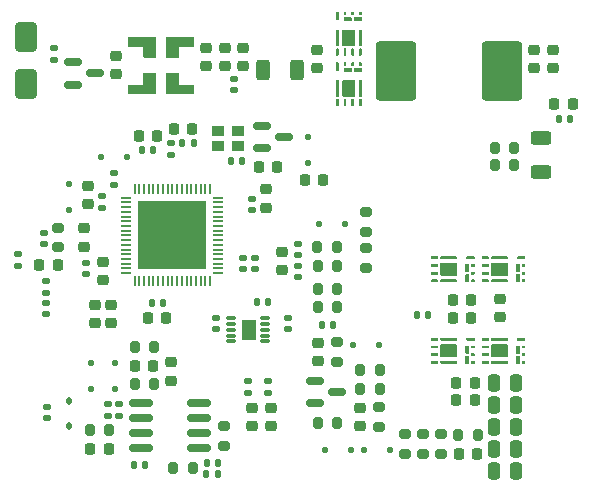
<source format=gbr>
%TF.GenerationSoftware,KiCad,Pcbnew,8.0.8*%
%TF.CreationDate,2025-05-27T14:26:27+07:00*%
%TF.ProjectId,WLC_TX15W_C1_V1.1,574c435f-5458-4313-9557-5f43315f5631,rev?*%
%TF.SameCoordinates,Original*%
%TF.FileFunction,Paste,Top*%
%TF.FilePolarity,Positive*%
%FSLAX46Y46*%
G04 Gerber Fmt 4.6, Leading zero omitted, Abs format (unit mm)*
G04 Created by KiCad (PCBNEW 8.0.8) date 2025-05-27 14:26:27*
%MOMM*%
%LPD*%
G01*
G04 APERTURE LIST*
G04 Aperture macros list*
%AMRoundRect*
0 Rectangle with rounded corners*
0 $1 Rounding radius*
0 $2 $3 $4 $5 $6 $7 $8 $9 X,Y pos of 4 corners*
0 Add a 4 corners polygon primitive as box body*
4,1,4,$2,$3,$4,$5,$6,$7,$8,$9,$2,$3,0*
0 Add four circle primitives for the rounded corners*
1,1,$1+$1,$2,$3*
1,1,$1+$1,$4,$5*
1,1,$1+$1,$6,$7*
1,1,$1+$1,$8,$9*
0 Add four rect primitives between the rounded corners*
20,1,$1+$1,$2,$3,$4,$5,0*
20,1,$1+$1,$4,$5,$6,$7,0*
20,1,$1+$1,$6,$7,$8,$9,0*
20,1,$1+$1,$8,$9,$2,$3,0*%
%AMFreePoly0*
4,1,17,1.875035,1.275035,1.875050,1.275000,1.875050,0.575000,1.875035,0.574965,1.875000,0.574950,0.575050,0.574950,0.575050,-0.425000,0.575035,-0.425035,0.575000,-0.425050,-0.425000,-0.425050,-0.425035,-0.425035,-0.425050,-0.425000,-0.425050,1.275000,-0.425035,1.275035,-0.425000,1.275050,1.875000,1.275050,1.875035,1.275035,1.875035,1.275035,$1*%
%AMFreePoly1*
4,1,17,0.425035,1.275035,0.425050,1.275000,0.425050,-0.425000,0.425035,-0.425035,0.425000,-0.425050,-0.575000,-0.425050,-0.575035,-0.425035,-0.575050,-0.425000,-0.575050,0.574950,-1.875000,0.574950,-1.875035,0.574965,-1.875050,0.575000,-1.875050,1.275000,-1.875035,1.275035,-1.875000,1.275050,0.425000,1.275050,0.425035,1.275035,0.425035,1.275035,$1*%
%AMFreePoly2*
4,1,17,0.425035,0.425035,0.425050,0.425000,0.425050,-1.275000,0.425035,-1.275035,0.425000,-1.275050,-1.875000,-1.275050,-1.875035,-1.275035,-1.875050,-1.275000,-1.875050,-0.575000,-1.875035,-0.574965,-1.875000,-0.574950,-0.575050,-0.574950,-0.575050,0.425000,-0.575035,0.425035,-0.575000,0.425050,0.425000,0.425050,0.425035,0.425035,0.425035,0.425035,$1*%
%AMFreePoly3*
4,1,17,0.575035,0.425035,0.575050,0.425000,0.575050,-0.574950,1.875000,-0.574950,1.875035,-0.574965,1.875050,-0.575000,1.875050,-1.275000,1.875035,-1.275035,1.875000,-1.275050,-0.425000,-1.275050,-0.425035,-1.275035,-0.425050,-1.275000,-0.425050,0.425000,-0.425035,0.425035,-0.425000,0.425050,0.575000,0.425050,0.575035,0.425035,0.575035,0.425035,$1*%
G04 Aperture macros list end*
%ADD10C,0.000000*%
%ADD11C,0.000100*%
%ADD12C,0.010000*%
%ADD13RoundRect,0.140000X0.140000X0.170000X-0.140000X0.170000X-0.140000X-0.170000X0.140000X-0.170000X0*%
%ADD14RoundRect,0.140000X-0.140000X-0.170000X0.140000X-0.170000X0.140000X0.170000X-0.140000X0.170000X0*%
%ADD15RoundRect,0.140000X0.170000X-0.140000X0.170000X0.140000X-0.170000X0.140000X-0.170000X-0.140000X0*%
%ADD16RoundRect,0.250000X0.250000X0.475000X-0.250000X0.475000X-0.250000X-0.475000X0.250000X-0.475000X0*%
%ADD17RoundRect,0.225000X0.225000X0.250000X-0.225000X0.250000X-0.225000X-0.250000X0.225000X-0.250000X0*%
%ADD18RoundRect,0.135000X0.135000X0.185000X-0.135000X0.185000X-0.135000X-0.185000X0.135000X-0.185000X0*%
%ADD19RoundRect,0.140000X-0.170000X0.140000X-0.170000X-0.140000X0.170000X-0.140000X0.170000X0.140000X0*%
%ADD20RoundRect,0.135000X-0.185000X0.135000X-0.185000X-0.135000X0.185000X-0.135000X0.185000X0.135000X0*%
%ADD21RoundRect,0.135000X0.185000X-0.135000X0.185000X0.135000X-0.185000X0.135000X-0.185000X-0.135000X0*%
%ADD22RoundRect,0.150000X-0.587500X-0.150000X0.587500X-0.150000X0.587500X0.150000X-0.587500X0.150000X0*%
%ADD23RoundRect,0.200000X0.200000X0.275000X-0.200000X0.275000X-0.200000X-0.275000X0.200000X-0.275000X0*%
%ADD24RoundRect,0.200000X-0.275000X0.200000X-0.275000X-0.200000X0.275000X-0.200000X0.275000X0.200000X0*%
%ADD25RoundRect,0.218750X0.256250X-0.218750X0.256250X0.218750X-0.256250X0.218750X-0.256250X-0.218750X0*%
%ADD26RoundRect,0.225000X-0.225000X-0.250000X0.225000X-0.250000X0.225000X0.250000X-0.225000X0.250000X0*%
%ADD27RoundRect,0.225000X0.250000X-0.225000X0.250000X0.225000X-0.250000X0.225000X-0.250000X-0.225000X0*%
%ADD28RoundRect,0.125000X0.125000X0.125000X-0.125000X0.125000X-0.125000X-0.125000X0.125000X-0.125000X0*%
%ADD29RoundRect,0.125000X-0.125000X-0.125000X0.125000X-0.125000X0.125000X0.125000X-0.125000X0.125000X0*%
%ADD30RoundRect,0.225000X-0.250000X0.225000X-0.250000X-0.225000X0.250000X-0.225000X0.250000X0.225000X0*%
%ADD31RoundRect,0.200000X-0.200000X-0.275000X0.200000X-0.275000X0.200000X0.275000X-0.200000X0.275000X0*%
%ADD32RoundRect,0.112500X0.112500X-0.187500X0.112500X0.187500X-0.112500X0.187500X-0.112500X-0.187500X0*%
%ADD33RoundRect,0.125000X0.125000X-0.125000X0.125000X0.125000X-0.125000X0.125000X-0.125000X-0.125000X0*%
%ADD34FreePoly0,180.000000*%
%ADD35FreePoly1,180.000000*%
%ADD36FreePoly2,180.000000*%
%ADD37FreePoly3,180.000000*%
%ADD38R,1.100000X0.900000*%
%ADD39RoundRect,0.150000X-0.825000X-0.150000X0.825000X-0.150000X0.825000X0.150000X-0.825000X0.150000X0*%
%ADD40RoundRect,0.250000X0.625000X-0.312500X0.625000X0.312500X-0.625000X0.312500X-0.625000X-0.312500X0*%
%ADD41RoundRect,0.033750X-0.371250X-0.101250X0.371250X-0.101250X0.371250X0.101250X-0.371250X0.101250X0*%
%ADD42RoundRect,0.200000X0.275000X-0.200000X0.275000X0.200000X-0.275000X0.200000X-0.275000X-0.200000X0*%
%ADD43RoundRect,0.250000X-0.650000X1.000000X-0.650000X-1.000000X0.650000X-1.000000X0.650000X1.000000X0*%
%ADD44RoundRect,0.249999X-1.450001X-2.250001X1.450001X-2.250001X1.450001X2.250001X-1.450001X2.250001X0*%
%ADD45RoundRect,0.250000X0.312500X0.625000X-0.312500X0.625000X-0.312500X-0.625000X0.312500X-0.625000X0*%
%ADD46R,0.812800X0.203200*%
%ADD47R,0.203200X0.812800*%
%ADD48R,5.791200X5.791200*%
G04 APERTURE END LIST*
D10*
%TO.C,Q5*%
G36*
X138320420Y-56275740D02*
G01*
X138330520Y-56278450D01*
X138340000Y-56282870D01*
X138348570Y-56288870D01*
X138355970Y-56296270D01*
X138361960Y-56304830D01*
X138366380Y-56314310D01*
X138369090Y-56324410D01*
X138370000Y-56334830D01*
X138370000Y-56914830D01*
X138369090Y-56925250D01*
X138366380Y-56935350D01*
X138361960Y-56944830D01*
X138355970Y-56953400D01*
X138348570Y-56960800D01*
X138340000Y-56966790D01*
X138330520Y-56971210D01*
X138320420Y-56973920D01*
X138310000Y-56974830D01*
X138190000Y-56974830D01*
X138179580Y-56973920D01*
X138169480Y-56971210D01*
X138160000Y-56966790D01*
X138151440Y-56960800D01*
X138144040Y-56953400D01*
X138138040Y-56944830D01*
X138133620Y-56935350D01*
X138130910Y-56925250D01*
X138130000Y-56914830D01*
X138130000Y-56334830D01*
X138130910Y-56324410D01*
X138133620Y-56314310D01*
X138138040Y-56304830D01*
X138144040Y-56296270D01*
X138151440Y-56288870D01*
X138160000Y-56282870D01*
X138169480Y-56278450D01*
X138179580Y-56275740D01*
X138190000Y-56274830D01*
X138310000Y-56274830D01*
X138320420Y-56275740D01*
G37*
G36*
X138320420Y-59375670D02*
G01*
X138330520Y-59378380D01*
X138340000Y-59382800D01*
X138348570Y-59388790D01*
X138355970Y-59396190D01*
X138361960Y-59404760D01*
X138366380Y-59414240D01*
X138369090Y-59424340D01*
X138370000Y-59434760D01*
X138370000Y-59914760D01*
X138369090Y-59925170D01*
X138366380Y-59935280D01*
X138361960Y-59944760D01*
X138355970Y-59953320D01*
X138348570Y-59960720D01*
X138340000Y-59966720D01*
X138330520Y-59971140D01*
X138320420Y-59973840D01*
X138310000Y-59974760D01*
X138190000Y-59974760D01*
X138179580Y-59973840D01*
X138169480Y-59971140D01*
X138160000Y-59966720D01*
X138151440Y-59960720D01*
X138144040Y-59953320D01*
X138138040Y-59944760D01*
X138133620Y-59935280D01*
X138130910Y-59925170D01*
X138130000Y-59914760D01*
X138130000Y-59434760D01*
X138130910Y-59424340D01*
X138133620Y-59414240D01*
X138138040Y-59404760D01*
X138144040Y-59396190D01*
X138151440Y-59388790D01*
X138160000Y-59382800D01*
X138169480Y-59378380D01*
X138179580Y-59375670D01*
X138190000Y-59374760D01*
X138310000Y-59374760D01*
X138320420Y-59375670D01*
G37*
G36*
X138320420Y-57775750D02*
G01*
X138330520Y-57778460D01*
X138340000Y-57782880D01*
X138348570Y-57788870D01*
X138355970Y-57796270D01*
X138361960Y-57804840D01*
X138366380Y-57814320D01*
X138369090Y-57824420D01*
X138370000Y-57834840D01*
X138370000Y-59114840D01*
X138369090Y-59125250D01*
X138366380Y-59135360D01*
X138361960Y-59144840D01*
X138355970Y-59153400D01*
X138348570Y-59160800D01*
X138340000Y-59166800D01*
X138330520Y-59171220D01*
X138320420Y-59173920D01*
X138310000Y-59174840D01*
X138190000Y-59174840D01*
X138179580Y-59173920D01*
X138169480Y-59171220D01*
X138160000Y-59166800D01*
X138151440Y-59160800D01*
X138144040Y-59153400D01*
X138138040Y-59144840D01*
X138133620Y-59135360D01*
X138130910Y-59125250D01*
X138130000Y-59114840D01*
X138130000Y-57834840D01*
X138130910Y-57824420D01*
X138133620Y-57814320D01*
X138138040Y-57804840D01*
X138144040Y-57796270D01*
X138151440Y-57788870D01*
X138160000Y-57782880D01*
X138169480Y-57778460D01*
X138179580Y-57775750D01*
X138190000Y-57774840D01*
X138310000Y-57774840D01*
X138320420Y-57775750D01*
G37*
G36*
X139720420Y-57775750D02*
G01*
X139730520Y-57778450D01*
X139740000Y-57782870D01*
X139748570Y-57788870D01*
X139755970Y-57796270D01*
X139761960Y-57804830D01*
X139766380Y-57814310D01*
X139769090Y-57824420D01*
X139770000Y-57834830D01*
X139770000Y-59114840D01*
X139769090Y-59125260D01*
X139766380Y-59135360D01*
X139761960Y-59144840D01*
X139755970Y-59153410D01*
X139748570Y-59160800D01*
X139740000Y-59166800D01*
X139730520Y-59171220D01*
X139720420Y-59173930D01*
X139710000Y-59174840D01*
X138740000Y-59174840D01*
X138729580Y-59173930D01*
X138719480Y-59171220D01*
X138710000Y-59166800D01*
X138701430Y-59160800D01*
X138694040Y-59153410D01*
X138688040Y-59144840D01*
X138683620Y-59135360D01*
X138680910Y-59125260D01*
X138680000Y-59114840D01*
X138680000Y-57834830D01*
X138680910Y-57824420D01*
X138683620Y-57814310D01*
X138688040Y-57804830D01*
X138694040Y-57796270D01*
X138701430Y-57788870D01*
X138710000Y-57782870D01*
X138719480Y-57778450D01*
X138729580Y-57775750D01*
X138740000Y-57774830D01*
X139710000Y-57774830D01*
X139720420Y-57775750D01*
G37*
G36*
X138970420Y-56280760D02*
G01*
X138980520Y-56283470D01*
X138990000Y-56287890D01*
X138998570Y-56293890D01*
X139005970Y-56301280D01*
X139011960Y-56309850D01*
X139016380Y-56319330D01*
X139019090Y-56329430D01*
X139020000Y-56339850D01*
X139020000Y-56519850D01*
X139019090Y-56530270D01*
X139016380Y-56540370D01*
X139011960Y-56549850D01*
X139005970Y-56558420D01*
X138998570Y-56565820D01*
X138990000Y-56571810D01*
X138980520Y-56576230D01*
X138970420Y-56578940D01*
X138960000Y-56579850D01*
X138840000Y-56579850D01*
X138829580Y-56578940D01*
X138819480Y-56576230D01*
X138810000Y-56571810D01*
X138801430Y-56565820D01*
X138794040Y-56558420D01*
X138788040Y-56549850D01*
X138783620Y-56540370D01*
X138780910Y-56530270D01*
X138780000Y-56519850D01*
X138780000Y-56339850D01*
X138780910Y-56329430D01*
X138783620Y-56319330D01*
X138788040Y-56309850D01*
X138794040Y-56301280D01*
X138801430Y-56293890D01*
X138810000Y-56287890D01*
X138819480Y-56283470D01*
X138829580Y-56280760D01*
X138840000Y-56279850D01*
X138960000Y-56279850D01*
X138970420Y-56280760D01*
G37*
G36*
X138970420Y-59375670D02*
G01*
X138980520Y-59378380D01*
X138990000Y-59382800D01*
X138998570Y-59388790D01*
X139005970Y-59396190D01*
X139011960Y-59404760D01*
X139016380Y-59414240D01*
X139019090Y-59424340D01*
X139020000Y-59434760D01*
X139020000Y-59914760D01*
X139019090Y-59925170D01*
X139016380Y-59935280D01*
X139011960Y-59944760D01*
X139005970Y-59953320D01*
X138998570Y-59960720D01*
X138990000Y-59966720D01*
X138980520Y-59971140D01*
X138970420Y-59973840D01*
X138960000Y-59974760D01*
X138840000Y-59974760D01*
X138829580Y-59973840D01*
X138819480Y-59971140D01*
X138810000Y-59966720D01*
X138801430Y-59960720D01*
X138794040Y-59953320D01*
X138788040Y-59944760D01*
X138783620Y-59935280D01*
X138780910Y-59925170D01*
X138780000Y-59914760D01*
X138780000Y-59434760D01*
X138780910Y-59424340D01*
X138783620Y-59414240D01*
X138788040Y-59404760D01*
X138794040Y-59396190D01*
X138801430Y-59388790D01*
X138810000Y-59382800D01*
X138819480Y-59378380D01*
X138829580Y-59375670D01*
X138840000Y-59374760D01*
X138960000Y-59374760D01*
X138970420Y-59375670D01*
G37*
G36*
X139400420Y-56730740D02*
G01*
X139410520Y-56733450D01*
X139420000Y-56737870D01*
X139428570Y-56743870D01*
X139435970Y-56751260D01*
X139441960Y-56759830D01*
X139446380Y-56769310D01*
X139449090Y-56779410D01*
X139450000Y-56789830D01*
X139450000Y-57019830D01*
X139449090Y-57030250D01*
X139446380Y-57040350D01*
X139441960Y-57049830D01*
X139435970Y-57058400D01*
X139428570Y-57065800D01*
X139420000Y-57071790D01*
X139410520Y-57076210D01*
X139400420Y-57078920D01*
X139390000Y-57079830D01*
X138840000Y-57079830D01*
X138829580Y-57078920D01*
X138819480Y-57076210D01*
X138810000Y-57071790D01*
X138801430Y-57065800D01*
X138794040Y-57058400D01*
X138788040Y-57049830D01*
X138783620Y-57040350D01*
X138780910Y-57030250D01*
X138780000Y-57019830D01*
X138780000Y-56789830D01*
X138780910Y-56779410D01*
X138783620Y-56769310D01*
X138788040Y-56759830D01*
X138794040Y-56751260D01*
X138801430Y-56743870D01*
X138810000Y-56737870D01*
X138819480Y-56733450D01*
X138829580Y-56730740D01*
X138840000Y-56729830D01*
X139390000Y-56729830D01*
X139400420Y-56730740D01*
G37*
G36*
X139620420Y-56280760D02*
G01*
X139630520Y-56283470D01*
X139640000Y-56287890D01*
X139648570Y-56293890D01*
X139655960Y-56301280D01*
X139661960Y-56309850D01*
X139666380Y-56319330D01*
X139669090Y-56329430D01*
X139670000Y-56339850D01*
X139670000Y-56519850D01*
X139669090Y-56530270D01*
X139666380Y-56540370D01*
X139661960Y-56549850D01*
X139655960Y-56558420D01*
X139648570Y-56565820D01*
X139640000Y-56571810D01*
X139630520Y-56576230D01*
X139620420Y-56578940D01*
X139610000Y-56579850D01*
X139490000Y-56579850D01*
X139479580Y-56578940D01*
X139469480Y-56576230D01*
X139460000Y-56571810D01*
X139451430Y-56565820D01*
X139444040Y-56558420D01*
X139438040Y-56549850D01*
X139433620Y-56540370D01*
X139430910Y-56530270D01*
X139430000Y-56519850D01*
X139430000Y-56339850D01*
X139430910Y-56329430D01*
X139433620Y-56319330D01*
X139438040Y-56309850D01*
X139444040Y-56301280D01*
X139451430Y-56293890D01*
X139460000Y-56287890D01*
X139469480Y-56283470D01*
X139479580Y-56280760D01*
X139490000Y-56279850D01*
X139610000Y-56279850D01*
X139620420Y-56280760D01*
G37*
G36*
X139620420Y-59375670D02*
G01*
X139630520Y-59378380D01*
X139640000Y-59382800D01*
X139648570Y-59388790D01*
X139655970Y-59396190D01*
X139661960Y-59404760D01*
X139666380Y-59414240D01*
X139669090Y-59424340D01*
X139670000Y-59434760D01*
X139670000Y-59914760D01*
X139669090Y-59925170D01*
X139666380Y-59935280D01*
X139661960Y-59944760D01*
X139655970Y-59953320D01*
X139648570Y-59960720D01*
X139640000Y-59966720D01*
X139630520Y-59971140D01*
X139620420Y-59973840D01*
X139610000Y-59974760D01*
X139490000Y-59974760D01*
X139479580Y-59973840D01*
X139469480Y-59971140D01*
X139460000Y-59966720D01*
X139451440Y-59960720D01*
X139444040Y-59953320D01*
X139438040Y-59944760D01*
X139433620Y-59935280D01*
X139430920Y-59925170D01*
X139430000Y-59914760D01*
X139430000Y-59434760D01*
X139430920Y-59424340D01*
X139433620Y-59414240D01*
X139438040Y-59404760D01*
X139444040Y-59396190D01*
X139451440Y-59388790D01*
X139460000Y-59382800D01*
X139469480Y-59378380D01*
X139479580Y-59375670D01*
X139490000Y-59374760D01*
X139610000Y-59374760D01*
X139620420Y-59375670D01*
G37*
G36*
X140270420Y-56280760D02*
G01*
X140280520Y-56283470D01*
X140290000Y-56287890D01*
X140298570Y-56293890D01*
X140305970Y-56301280D01*
X140311960Y-56309850D01*
X140316380Y-56319330D01*
X140319090Y-56329430D01*
X140320000Y-56339850D01*
X140320000Y-56519850D01*
X140319090Y-56530270D01*
X140316380Y-56540370D01*
X140311960Y-56549850D01*
X140305970Y-56558420D01*
X140298570Y-56565820D01*
X140290000Y-56571810D01*
X140280520Y-56576230D01*
X140270420Y-56578940D01*
X140260000Y-56579850D01*
X140140000Y-56579850D01*
X140129580Y-56578940D01*
X140119480Y-56576230D01*
X140110000Y-56571810D01*
X140101440Y-56565820D01*
X140094040Y-56558420D01*
X140088040Y-56549850D01*
X140083620Y-56540370D01*
X140080910Y-56530270D01*
X140080000Y-56519850D01*
X140080000Y-56339850D01*
X140080910Y-56329430D01*
X140083620Y-56319330D01*
X140088040Y-56309850D01*
X140094040Y-56301280D01*
X140101440Y-56293890D01*
X140110000Y-56287890D01*
X140119480Y-56283470D01*
X140129580Y-56280760D01*
X140140000Y-56279850D01*
X140260000Y-56279850D01*
X140270420Y-56280760D01*
G37*
G36*
X140270420Y-59375670D02*
G01*
X140280520Y-59378380D01*
X140290000Y-59382800D01*
X140298570Y-59388790D01*
X140305970Y-59396190D01*
X140311960Y-59404760D01*
X140316380Y-59414240D01*
X140319090Y-59424340D01*
X140320000Y-59434760D01*
X140320000Y-59914760D01*
X140319090Y-59925170D01*
X140316380Y-59935280D01*
X140311960Y-59944760D01*
X140305970Y-59953320D01*
X140298570Y-59960720D01*
X140290000Y-59966720D01*
X140280520Y-59971140D01*
X140270420Y-59973840D01*
X140260000Y-59974760D01*
X140140000Y-59974760D01*
X140129580Y-59973840D01*
X140119480Y-59971140D01*
X140110000Y-59966720D01*
X140101440Y-59960720D01*
X140094040Y-59953320D01*
X140088040Y-59944760D01*
X140083620Y-59935280D01*
X140080910Y-59925170D01*
X140080000Y-59914760D01*
X140080000Y-59434760D01*
X140080910Y-59424340D01*
X140083620Y-59414240D01*
X140088040Y-59404760D01*
X140094040Y-59396190D01*
X140101440Y-59388790D01*
X140110000Y-59382800D01*
X140119480Y-59378380D01*
X140129580Y-59375670D01*
X140140000Y-59374760D01*
X140260000Y-59374760D01*
X140270420Y-59375670D01*
G37*
G36*
X140270420Y-56730740D02*
G01*
X140280520Y-56733450D01*
X140290000Y-56737870D01*
X140298570Y-56743870D01*
X140305970Y-56751260D01*
X140311960Y-56759830D01*
X140316380Y-56769310D01*
X140319090Y-56779410D01*
X140320000Y-56789830D01*
X140320000Y-57019830D01*
X140319090Y-57030250D01*
X140316380Y-57040350D01*
X140311960Y-57049830D01*
X140305970Y-57058400D01*
X140298570Y-57065800D01*
X140290000Y-57071790D01*
X140280520Y-57076210D01*
X140270420Y-57078920D01*
X140260000Y-57079830D01*
X139710000Y-57079830D01*
X139699580Y-57078920D01*
X139689480Y-57076210D01*
X139680000Y-57071790D01*
X139671430Y-57065800D01*
X139664040Y-57058400D01*
X139658040Y-57049830D01*
X139653620Y-57040350D01*
X139650910Y-57030250D01*
X139650000Y-57019830D01*
X139650000Y-56789830D01*
X139650910Y-56779410D01*
X139653620Y-56769310D01*
X139658040Y-56759830D01*
X139664040Y-56751260D01*
X139671430Y-56743870D01*
X139680000Y-56737870D01*
X139689480Y-56733450D01*
X139699580Y-56730740D01*
X139710000Y-56729830D01*
X140260000Y-56729830D01*
X140270420Y-56730740D01*
G37*
G36*
X140270420Y-57775750D02*
G01*
X140280520Y-57778450D01*
X140290000Y-57782870D01*
X140298570Y-57788870D01*
X140305970Y-57796270D01*
X140311960Y-57804830D01*
X140316380Y-57814310D01*
X140319090Y-57824420D01*
X140320000Y-57834830D01*
X140320000Y-59114830D01*
X140319090Y-59125250D01*
X140316380Y-59135350D01*
X140311960Y-59144830D01*
X140305970Y-59153400D01*
X140298570Y-59160800D01*
X140290000Y-59166790D01*
X140280520Y-59171210D01*
X140270420Y-59173920D01*
X140260000Y-59174830D01*
X140140000Y-59174830D01*
X140129580Y-59173920D01*
X140119480Y-59171210D01*
X140110000Y-59166790D01*
X140101440Y-59160800D01*
X140094040Y-59153400D01*
X140088040Y-59144830D01*
X140083620Y-59135350D01*
X140080910Y-59125250D01*
X140080000Y-59114830D01*
X140080000Y-57834830D01*
X140080910Y-57824420D01*
X140083620Y-57814310D01*
X140088040Y-57804830D01*
X140094040Y-57796270D01*
X140101440Y-57788870D01*
X140110000Y-57782870D01*
X140119480Y-57778450D01*
X140129580Y-57775750D01*
X140140000Y-57774830D01*
X140260000Y-57774830D01*
X140270420Y-57775750D01*
G37*
%TO.C,Q1*%
G36*
X138320420Y-52000740D02*
G01*
X138330520Y-52003450D01*
X138340000Y-52007870D01*
X138348570Y-52013870D01*
X138355970Y-52021270D01*
X138361960Y-52029830D01*
X138366380Y-52039310D01*
X138369090Y-52049410D01*
X138370000Y-52059830D01*
X138370000Y-52639830D01*
X138369090Y-52650250D01*
X138366380Y-52660350D01*
X138361960Y-52669830D01*
X138355970Y-52678400D01*
X138348570Y-52685800D01*
X138340000Y-52691790D01*
X138330520Y-52696210D01*
X138320420Y-52698920D01*
X138310000Y-52699830D01*
X138190000Y-52699830D01*
X138179580Y-52698920D01*
X138169480Y-52696210D01*
X138160000Y-52691790D01*
X138151440Y-52685800D01*
X138144040Y-52678400D01*
X138138040Y-52669830D01*
X138133620Y-52660350D01*
X138130910Y-52650250D01*
X138130000Y-52639830D01*
X138130000Y-52059830D01*
X138130910Y-52049410D01*
X138133620Y-52039310D01*
X138138040Y-52029830D01*
X138144040Y-52021270D01*
X138151440Y-52013870D01*
X138160000Y-52007870D01*
X138169480Y-52003450D01*
X138179580Y-52000740D01*
X138190000Y-51999830D01*
X138310000Y-51999830D01*
X138320420Y-52000740D01*
G37*
G36*
X138320420Y-55100670D02*
G01*
X138330520Y-55103380D01*
X138340000Y-55107800D01*
X138348570Y-55113790D01*
X138355970Y-55121190D01*
X138361960Y-55129760D01*
X138366380Y-55139240D01*
X138369090Y-55149340D01*
X138370000Y-55159760D01*
X138370000Y-55639760D01*
X138369090Y-55650170D01*
X138366380Y-55660280D01*
X138361960Y-55669760D01*
X138355970Y-55678320D01*
X138348570Y-55685720D01*
X138340000Y-55691720D01*
X138330520Y-55696140D01*
X138320420Y-55698840D01*
X138310000Y-55699760D01*
X138190000Y-55699760D01*
X138179580Y-55698840D01*
X138169480Y-55696140D01*
X138160000Y-55691720D01*
X138151440Y-55685720D01*
X138144040Y-55678320D01*
X138138040Y-55669760D01*
X138133620Y-55660280D01*
X138130910Y-55650170D01*
X138130000Y-55639760D01*
X138130000Y-55159760D01*
X138130910Y-55149340D01*
X138133620Y-55139240D01*
X138138040Y-55129760D01*
X138144040Y-55121190D01*
X138151440Y-55113790D01*
X138160000Y-55107800D01*
X138169480Y-55103380D01*
X138179580Y-55100670D01*
X138190000Y-55099760D01*
X138310000Y-55099760D01*
X138320420Y-55100670D01*
G37*
G36*
X138320420Y-53500750D02*
G01*
X138330520Y-53503460D01*
X138340000Y-53507880D01*
X138348570Y-53513870D01*
X138355970Y-53521270D01*
X138361960Y-53529840D01*
X138366380Y-53539320D01*
X138369090Y-53549420D01*
X138370000Y-53559840D01*
X138370000Y-54839840D01*
X138369090Y-54850250D01*
X138366380Y-54860360D01*
X138361960Y-54869840D01*
X138355970Y-54878400D01*
X138348570Y-54885800D01*
X138340000Y-54891800D01*
X138330520Y-54896220D01*
X138320420Y-54898920D01*
X138310000Y-54899840D01*
X138190000Y-54899840D01*
X138179580Y-54898920D01*
X138169480Y-54896220D01*
X138160000Y-54891800D01*
X138151440Y-54885800D01*
X138144040Y-54878400D01*
X138138040Y-54869840D01*
X138133620Y-54860360D01*
X138130910Y-54850250D01*
X138130000Y-54839840D01*
X138130000Y-53559840D01*
X138130910Y-53549420D01*
X138133620Y-53539320D01*
X138138040Y-53529840D01*
X138144040Y-53521270D01*
X138151440Y-53513870D01*
X138160000Y-53507880D01*
X138169480Y-53503460D01*
X138179580Y-53500750D01*
X138190000Y-53499840D01*
X138310000Y-53499840D01*
X138320420Y-53500750D01*
G37*
G36*
X139720420Y-53500750D02*
G01*
X139730520Y-53503450D01*
X139740000Y-53507870D01*
X139748570Y-53513870D01*
X139755970Y-53521270D01*
X139761960Y-53529830D01*
X139766380Y-53539310D01*
X139769090Y-53549420D01*
X139770000Y-53559830D01*
X139770000Y-54839840D01*
X139769090Y-54850260D01*
X139766380Y-54860360D01*
X139761960Y-54869840D01*
X139755970Y-54878410D01*
X139748570Y-54885800D01*
X139740000Y-54891800D01*
X139730520Y-54896220D01*
X139720420Y-54898930D01*
X139710000Y-54899840D01*
X138740000Y-54899840D01*
X138729580Y-54898930D01*
X138719480Y-54896220D01*
X138710000Y-54891800D01*
X138701430Y-54885800D01*
X138694040Y-54878410D01*
X138688040Y-54869840D01*
X138683620Y-54860360D01*
X138680910Y-54850260D01*
X138680000Y-54839840D01*
X138680000Y-53559830D01*
X138680910Y-53549420D01*
X138683620Y-53539310D01*
X138688040Y-53529830D01*
X138694040Y-53521270D01*
X138701430Y-53513870D01*
X138710000Y-53507870D01*
X138719480Y-53503450D01*
X138729580Y-53500750D01*
X138740000Y-53499830D01*
X139710000Y-53499830D01*
X139720420Y-53500750D01*
G37*
G36*
X138970420Y-52005760D02*
G01*
X138980520Y-52008470D01*
X138990000Y-52012890D01*
X138998570Y-52018890D01*
X139005970Y-52026280D01*
X139011960Y-52034850D01*
X139016380Y-52044330D01*
X139019090Y-52054430D01*
X139020000Y-52064850D01*
X139020000Y-52244850D01*
X139019090Y-52255270D01*
X139016380Y-52265370D01*
X139011960Y-52274850D01*
X139005970Y-52283420D01*
X138998570Y-52290820D01*
X138990000Y-52296810D01*
X138980520Y-52301230D01*
X138970420Y-52303940D01*
X138960000Y-52304850D01*
X138840000Y-52304850D01*
X138829580Y-52303940D01*
X138819480Y-52301230D01*
X138810000Y-52296810D01*
X138801430Y-52290820D01*
X138794040Y-52283420D01*
X138788040Y-52274850D01*
X138783620Y-52265370D01*
X138780910Y-52255270D01*
X138780000Y-52244850D01*
X138780000Y-52064850D01*
X138780910Y-52054430D01*
X138783620Y-52044330D01*
X138788040Y-52034850D01*
X138794040Y-52026280D01*
X138801430Y-52018890D01*
X138810000Y-52012890D01*
X138819480Y-52008470D01*
X138829580Y-52005760D01*
X138840000Y-52004850D01*
X138960000Y-52004850D01*
X138970420Y-52005760D01*
G37*
G36*
X138970420Y-55100670D02*
G01*
X138980520Y-55103380D01*
X138990000Y-55107800D01*
X138998570Y-55113790D01*
X139005970Y-55121190D01*
X139011960Y-55129760D01*
X139016380Y-55139240D01*
X139019090Y-55149340D01*
X139020000Y-55159760D01*
X139020000Y-55639760D01*
X139019090Y-55650170D01*
X139016380Y-55660280D01*
X139011960Y-55669760D01*
X139005970Y-55678320D01*
X138998570Y-55685720D01*
X138990000Y-55691720D01*
X138980520Y-55696140D01*
X138970420Y-55698840D01*
X138960000Y-55699760D01*
X138840000Y-55699760D01*
X138829580Y-55698840D01*
X138819480Y-55696140D01*
X138810000Y-55691720D01*
X138801430Y-55685720D01*
X138794040Y-55678320D01*
X138788040Y-55669760D01*
X138783620Y-55660280D01*
X138780910Y-55650170D01*
X138780000Y-55639760D01*
X138780000Y-55159760D01*
X138780910Y-55149340D01*
X138783620Y-55139240D01*
X138788040Y-55129760D01*
X138794040Y-55121190D01*
X138801430Y-55113790D01*
X138810000Y-55107800D01*
X138819480Y-55103380D01*
X138829580Y-55100670D01*
X138840000Y-55099760D01*
X138960000Y-55099760D01*
X138970420Y-55100670D01*
G37*
G36*
X139400420Y-52455740D02*
G01*
X139410520Y-52458450D01*
X139420000Y-52462870D01*
X139428570Y-52468870D01*
X139435970Y-52476260D01*
X139441960Y-52484830D01*
X139446380Y-52494310D01*
X139449090Y-52504410D01*
X139450000Y-52514830D01*
X139450000Y-52744830D01*
X139449090Y-52755250D01*
X139446380Y-52765350D01*
X139441960Y-52774830D01*
X139435970Y-52783400D01*
X139428570Y-52790800D01*
X139420000Y-52796790D01*
X139410520Y-52801210D01*
X139400420Y-52803920D01*
X139390000Y-52804830D01*
X138840000Y-52804830D01*
X138829580Y-52803920D01*
X138819480Y-52801210D01*
X138810000Y-52796790D01*
X138801430Y-52790800D01*
X138794040Y-52783400D01*
X138788040Y-52774830D01*
X138783620Y-52765350D01*
X138780910Y-52755250D01*
X138780000Y-52744830D01*
X138780000Y-52514830D01*
X138780910Y-52504410D01*
X138783620Y-52494310D01*
X138788040Y-52484830D01*
X138794040Y-52476260D01*
X138801430Y-52468870D01*
X138810000Y-52462870D01*
X138819480Y-52458450D01*
X138829580Y-52455740D01*
X138840000Y-52454830D01*
X139390000Y-52454830D01*
X139400420Y-52455740D01*
G37*
G36*
X139620420Y-52005760D02*
G01*
X139630520Y-52008470D01*
X139640000Y-52012890D01*
X139648570Y-52018890D01*
X139655960Y-52026280D01*
X139661960Y-52034850D01*
X139666380Y-52044330D01*
X139669090Y-52054430D01*
X139670000Y-52064850D01*
X139670000Y-52244850D01*
X139669090Y-52255270D01*
X139666380Y-52265370D01*
X139661960Y-52274850D01*
X139655960Y-52283420D01*
X139648570Y-52290820D01*
X139640000Y-52296810D01*
X139630520Y-52301230D01*
X139620420Y-52303940D01*
X139610000Y-52304850D01*
X139490000Y-52304850D01*
X139479580Y-52303940D01*
X139469480Y-52301230D01*
X139460000Y-52296810D01*
X139451430Y-52290820D01*
X139444040Y-52283420D01*
X139438040Y-52274850D01*
X139433620Y-52265370D01*
X139430910Y-52255270D01*
X139430000Y-52244850D01*
X139430000Y-52064850D01*
X139430910Y-52054430D01*
X139433620Y-52044330D01*
X139438040Y-52034850D01*
X139444040Y-52026280D01*
X139451430Y-52018890D01*
X139460000Y-52012890D01*
X139469480Y-52008470D01*
X139479580Y-52005760D01*
X139490000Y-52004850D01*
X139610000Y-52004850D01*
X139620420Y-52005760D01*
G37*
G36*
X139620420Y-55100670D02*
G01*
X139630520Y-55103380D01*
X139640000Y-55107800D01*
X139648570Y-55113790D01*
X139655970Y-55121190D01*
X139661960Y-55129760D01*
X139666380Y-55139240D01*
X139669090Y-55149340D01*
X139670000Y-55159760D01*
X139670000Y-55639760D01*
X139669090Y-55650170D01*
X139666380Y-55660280D01*
X139661960Y-55669760D01*
X139655970Y-55678320D01*
X139648570Y-55685720D01*
X139640000Y-55691720D01*
X139630520Y-55696140D01*
X139620420Y-55698840D01*
X139610000Y-55699760D01*
X139490000Y-55699760D01*
X139479580Y-55698840D01*
X139469480Y-55696140D01*
X139460000Y-55691720D01*
X139451440Y-55685720D01*
X139444040Y-55678320D01*
X139438040Y-55669760D01*
X139433620Y-55660280D01*
X139430920Y-55650170D01*
X139430000Y-55639760D01*
X139430000Y-55159760D01*
X139430920Y-55149340D01*
X139433620Y-55139240D01*
X139438040Y-55129760D01*
X139444040Y-55121190D01*
X139451440Y-55113790D01*
X139460000Y-55107800D01*
X139469480Y-55103380D01*
X139479580Y-55100670D01*
X139490000Y-55099760D01*
X139610000Y-55099760D01*
X139620420Y-55100670D01*
G37*
G36*
X140270420Y-52005760D02*
G01*
X140280520Y-52008470D01*
X140290000Y-52012890D01*
X140298570Y-52018890D01*
X140305970Y-52026280D01*
X140311960Y-52034850D01*
X140316380Y-52044330D01*
X140319090Y-52054430D01*
X140320000Y-52064850D01*
X140320000Y-52244850D01*
X140319090Y-52255270D01*
X140316380Y-52265370D01*
X140311960Y-52274850D01*
X140305970Y-52283420D01*
X140298570Y-52290820D01*
X140290000Y-52296810D01*
X140280520Y-52301230D01*
X140270420Y-52303940D01*
X140260000Y-52304850D01*
X140140000Y-52304850D01*
X140129580Y-52303940D01*
X140119480Y-52301230D01*
X140110000Y-52296810D01*
X140101440Y-52290820D01*
X140094040Y-52283420D01*
X140088040Y-52274850D01*
X140083620Y-52265370D01*
X140080910Y-52255270D01*
X140080000Y-52244850D01*
X140080000Y-52064850D01*
X140080910Y-52054430D01*
X140083620Y-52044330D01*
X140088040Y-52034850D01*
X140094040Y-52026280D01*
X140101440Y-52018890D01*
X140110000Y-52012890D01*
X140119480Y-52008470D01*
X140129580Y-52005760D01*
X140140000Y-52004850D01*
X140260000Y-52004850D01*
X140270420Y-52005760D01*
G37*
G36*
X140270420Y-55100670D02*
G01*
X140280520Y-55103380D01*
X140290000Y-55107800D01*
X140298570Y-55113790D01*
X140305970Y-55121190D01*
X140311960Y-55129760D01*
X140316380Y-55139240D01*
X140319090Y-55149340D01*
X140320000Y-55159760D01*
X140320000Y-55639760D01*
X140319090Y-55650170D01*
X140316380Y-55660280D01*
X140311960Y-55669760D01*
X140305970Y-55678320D01*
X140298570Y-55685720D01*
X140290000Y-55691720D01*
X140280520Y-55696140D01*
X140270420Y-55698840D01*
X140260000Y-55699760D01*
X140140000Y-55699760D01*
X140129580Y-55698840D01*
X140119480Y-55696140D01*
X140110000Y-55691720D01*
X140101440Y-55685720D01*
X140094040Y-55678320D01*
X140088040Y-55669760D01*
X140083620Y-55660280D01*
X140080910Y-55650170D01*
X140080000Y-55639760D01*
X140080000Y-55159760D01*
X140080910Y-55149340D01*
X140083620Y-55139240D01*
X140088040Y-55129760D01*
X140094040Y-55121190D01*
X140101440Y-55113790D01*
X140110000Y-55107800D01*
X140119480Y-55103380D01*
X140129580Y-55100670D01*
X140140000Y-55099760D01*
X140260000Y-55099760D01*
X140270420Y-55100670D01*
G37*
G36*
X140270420Y-52455740D02*
G01*
X140280520Y-52458450D01*
X140290000Y-52462870D01*
X140298570Y-52468870D01*
X140305970Y-52476260D01*
X140311960Y-52484830D01*
X140316380Y-52494310D01*
X140319090Y-52504410D01*
X140320000Y-52514830D01*
X140320000Y-52744830D01*
X140319090Y-52755250D01*
X140316380Y-52765350D01*
X140311960Y-52774830D01*
X140305970Y-52783400D01*
X140298570Y-52790800D01*
X140290000Y-52796790D01*
X140280520Y-52801210D01*
X140270420Y-52803920D01*
X140260000Y-52804830D01*
X139710000Y-52804830D01*
X139699580Y-52803920D01*
X139689480Y-52801210D01*
X139680000Y-52796790D01*
X139671430Y-52790800D01*
X139664040Y-52783400D01*
X139658040Y-52774830D01*
X139653620Y-52765350D01*
X139650910Y-52755250D01*
X139650000Y-52744830D01*
X139650000Y-52514830D01*
X139650910Y-52504410D01*
X139653620Y-52494310D01*
X139658040Y-52484830D01*
X139664040Y-52476260D01*
X139671430Y-52468870D01*
X139680000Y-52462870D01*
X139689480Y-52458450D01*
X139699580Y-52455740D01*
X139710000Y-52454830D01*
X140260000Y-52454830D01*
X140270420Y-52455740D01*
G37*
G36*
X140270420Y-53500750D02*
G01*
X140280520Y-53503450D01*
X140290000Y-53507870D01*
X140298570Y-53513870D01*
X140305970Y-53521270D01*
X140311960Y-53529830D01*
X140316380Y-53539310D01*
X140319090Y-53549420D01*
X140320000Y-53559830D01*
X140320000Y-54839830D01*
X140319090Y-54850250D01*
X140316380Y-54860350D01*
X140311960Y-54869830D01*
X140305970Y-54878400D01*
X140298570Y-54885800D01*
X140290000Y-54891790D01*
X140280520Y-54896210D01*
X140270420Y-54898920D01*
X140260000Y-54899830D01*
X140140000Y-54899830D01*
X140129580Y-54898920D01*
X140119480Y-54896210D01*
X140110000Y-54891790D01*
X140101440Y-54885800D01*
X140094040Y-54878400D01*
X140088040Y-54869830D01*
X140083620Y-54860350D01*
X140080910Y-54850250D01*
X140080000Y-54839830D01*
X140080000Y-53559830D01*
X140080910Y-53549420D01*
X140083620Y-53539310D01*
X140088040Y-53529830D01*
X140094040Y-53521270D01*
X140101440Y-53513870D01*
X140110000Y-53507870D01*
X140119480Y-53503450D01*
X140129580Y-53500750D01*
X140140000Y-53499830D01*
X140260000Y-53499830D01*
X140270420Y-53500750D01*
G37*
%TO.C,Q2*%
G36*
X146725410Y-79605910D02*
G01*
X146735510Y-79608620D01*
X146744990Y-79613040D01*
X146753560Y-79619040D01*
X146760960Y-79626440D01*
X146766950Y-79635000D01*
X146771370Y-79644480D01*
X146774080Y-79654580D01*
X146774990Y-79665000D01*
X146774990Y-79785000D01*
X146774080Y-79795420D01*
X146771370Y-79805520D01*
X146766950Y-79815000D01*
X146760960Y-79823570D01*
X146753560Y-79830970D01*
X146744990Y-79836960D01*
X146735510Y-79841380D01*
X146725410Y-79844090D01*
X146714990Y-79845000D01*
X146234990Y-79845000D01*
X146224580Y-79844090D01*
X146214470Y-79841380D01*
X146204990Y-79836960D01*
X146196430Y-79830970D01*
X146189030Y-79823570D01*
X146183030Y-79815000D01*
X146178610Y-79805520D01*
X146175910Y-79795420D01*
X146174990Y-79785000D01*
X146174990Y-79665000D01*
X146175910Y-79654580D01*
X146178610Y-79644480D01*
X146183030Y-79635000D01*
X146189030Y-79626440D01*
X146196430Y-79619040D01*
X146204990Y-79613040D01*
X146214470Y-79608620D01*
X146224580Y-79605910D01*
X146234990Y-79605000D01*
X146714990Y-79605000D01*
X146725410Y-79605910D01*
G37*
G36*
X146725410Y-80255910D02*
G01*
X146735510Y-80258620D01*
X146744990Y-80263040D01*
X146753560Y-80269040D01*
X146760960Y-80276430D01*
X146766950Y-80285000D01*
X146771370Y-80294480D01*
X146774080Y-80304580D01*
X146774990Y-80315000D01*
X146774990Y-80435000D01*
X146774080Y-80445420D01*
X146771370Y-80455520D01*
X146766950Y-80465000D01*
X146760960Y-80473570D01*
X146753560Y-80480970D01*
X146744990Y-80486960D01*
X146735510Y-80491380D01*
X146725410Y-80494090D01*
X146714990Y-80495000D01*
X146234990Y-80495000D01*
X146224580Y-80494090D01*
X146214470Y-80491380D01*
X146204990Y-80486960D01*
X146196430Y-80480970D01*
X146189030Y-80473570D01*
X146183030Y-80465000D01*
X146178610Y-80455520D01*
X146175910Y-80445420D01*
X146174990Y-80435000D01*
X146174990Y-80315000D01*
X146175910Y-80304580D01*
X146178610Y-80294480D01*
X146183030Y-80285000D01*
X146189030Y-80276430D01*
X146196430Y-80269040D01*
X146204990Y-80263040D01*
X146214470Y-80258620D01*
X146224580Y-80255910D01*
X146234990Y-80255000D01*
X146714990Y-80255000D01*
X146725410Y-80255910D01*
G37*
G36*
X146725410Y-80905920D02*
G01*
X146735510Y-80908620D01*
X146744990Y-80913040D01*
X146753560Y-80919040D01*
X146760960Y-80926440D01*
X146766950Y-80935000D01*
X146771370Y-80944480D01*
X146774080Y-80954580D01*
X146774990Y-80965000D01*
X146774990Y-81085000D01*
X146774080Y-81095420D01*
X146771370Y-81105520D01*
X146766950Y-81115000D01*
X146760960Y-81123570D01*
X146753560Y-81130970D01*
X146744990Y-81136960D01*
X146735510Y-81141380D01*
X146725410Y-81144090D01*
X146714990Y-81145000D01*
X146234990Y-81145000D01*
X146224580Y-81144090D01*
X146214470Y-81141380D01*
X146204990Y-81136960D01*
X146196430Y-81130970D01*
X146189030Y-81123570D01*
X146183030Y-81115000D01*
X146178610Y-81105520D01*
X146175910Y-81095420D01*
X146174990Y-81085000D01*
X146174990Y-80965000D01*
X146175910Y-80954580D01*
X146178610Y-80944480D01*
X146183030Y-80935000D01*
X146189030Y-80926440D01*
X146196430Y-80919040D01*
X146204990Y-80913040D01*
X146214470Y-80908620D01*
X146224580Y-80905920D01*
X146234990Y-80905000D01*
X146714990Y-80905000D01*
X146725410Y-80905920D01*
G37*
G36*
X146725410Y-81555910D02*
G01*
X146735510Y-81558620D01*
X146744990Y-81563040D01*
X146753560Y-81569040D01*
X146760960Y-81576440D01*
X146766950Y-81585000D01*
X146771370Y-81594480D01*
X146774080Y-81604580D01*
X146774990Y-81615000D01*
X146774990Y-81735000D01*
X146774080Y-81745420D01*
X146771370Y-81755520D01*
X146766950Y-81765000D01*
X146760960Y-81773570D01*
X146753560Y-81780970D01*
X146744990Y-81786960D01*
X146735510Y-81791380D01*
X146725410Y-81794090D01*
X146714990Y-81795000D01*
X146234990Y-81795000D01*
X146224580Y-81794090D01*
X146214470Y-81791380D01*
X146204990Y-81786960D01*
X146196430Y-81780970D01*
X146189030Y-81773570D01*
X146183030Y-81765000D01*
X146178610Y-81755520D01*
X146175910Y-81745420D01*
X146174990Y-81735000D01*
X146174990Y-81615000D01*
X146175910Y-81604580D01*
X146178610Y-81594480D01*
X146183030Y-81585000D01*
X146189030Y-81576440D01*
X146196430Y-81569040D01*
X146204990Y-81563040D01*
X146214470Y-81558620D01*
X146224580Y-81555910D01*
X146234990Y-81555000D01*
X146714990Y-81555000D01*
X146725410Y-81555910D01*
G37*
G36*
X148325330Y-79605910D02*
G01*
X148335430Y-79608620D01*
X148344910Y-79613040D01*
X148353480Y-79619040D01*
X148360880Y-79626440D01*
X148366870Y-79635000D01*
X148371290Y-79644480D01*
X148374000Y-79654580D01*
X148374910Y-79665000D01*
X148374910Y-79785000D01*
X148374000Y-79795420D01*
X148371290Y-79805520D01*
X148366870Y-79815000D01*
X148360880Y-79823570D01*
X148353480Y-79830970D01*
X148344910Y-79836960D01*
X148335430Y-79841380D01*
X148325330Y-79844090D01*
X148314910Y-79845000D01*
X147034910Y-79845000D01*
X147024500Y-79844090D01*
X147014390Y-79841380D01*
X147004910Y-79836960D01*
X146996350Y-79830970D01*
X146988950Y-79823570D01*
X146982950Y-79815000D01*
X146978530Y-79805520D01*
X146975830Y-79795420D01*
X146974910Y-79785000D01*
X146974910Y-79665000D01*
X146975830Y-79654580D01*
X146978530Y-79644480D01*
X146982950Y-79635000D01*
X146988950Y-79626440D01*
X146996350Y-79619040D01*
X147004910Y-79613040D01*
X147014390Y-79608620D01*
X147024500Y-79605910D01*
X147034910Y-79605000D01*
X148314910Y-79605000D01*
X148325330Y-79605910D01*
G37*
G36*
X148325330Y-80155910D02*
G01*
X148335440Y-80158620D01*
X148344920Y-80163040D01*
X148353480Y-80169040D01*
X148360880Y-80176430D01*
X148366880Y-80185000D01*
X148371300Y-80194480D01*
X148374000Y-80204580D01*
X148374920Y-80215000D01*
X148374920Y-81185000D01*
X148374000Y-81195420D01*
X148371300Y-81205520D01*
X148366880Y-81215000D01*
X148360880Y-81223570D01*
X148353480Y-81230970D01*
X148344920Y-81236960D01*
X148335440Y-81241380D01*
X148325330Y-81244090D01*
X148314920Y-81245000D01*
X147034910Y-81245000D01*
X147024490Y-81244090D01*
X147014390Y-81241380D01*
X147004910Y-81236960D01*
X146996340Y-81230970D01*
X146988950Y-81223570D01*
X146982950Y-81215000D01*
X146978530Y-81205520D01*
X146975820Y-81195420D01*
X146974910Y-81185000D01*
X146974910Y-80215000D01*
X146975820Y-80204580D01*
X146978530Y-80194480D01*
X146982950Y-80185000D01*
X146988950Y-80176430D01*
X146996340Y-80169040D01*
X147004910Y-80163040D01*
X147014390Y-80158620D01*
X147024490Y-80155910D01*
X147034910Y-80155000D01*
X148314920Y-80155000D01*
X148325330Y-80155910D01*
G37*
G36*
X148325330Y-81555910D02*
G01*
X148335440Y-81558620D01*
X148344920Y-81563040D01*
X148353480Y-81569040D01*
X148360880Y-81576440D01*
X148366880Y-81585000D01*
X148371300Y-81594480D01*
X148374000Y-81604580D01*
X148374920Y-81615000D01*
X148374920Y-81735000D01*
X148374000Y-81745420D01*
X148371300Y-81755520D01*
X148366880Y-81765000D01*
X148360880Y-81773570D01*
X148353480Y-81780970D01*
X148344920Y-81786960D01*
X148335440Y-81791380D01*
X148325330Y-81794090D01*
X148314920Y-81795000D01*
X147034920Y-81795000D01*
X147024500Y-81794090D01*
X147014400Y-81791380D01*
X147004920Y-81786960D01*
X146996350Y-81780970D01*
X146988950Y-81773570D01*
X146982960Y-81765000D01*
X146978540Y-81755520D01*
X146975830Y-81745420D01*
X146974920Y-81735000D01*
X146974920Y-81615000D01*
X146975830Y-81604580D01*
X146978540Y-81594480D01*
X146982960Y-81585000D01*
X146988950Y-81576440D01*
X146996350Y-81569040D01*
X147004920Y-81563040D01*
X147014400Y-81558620D01*
X147024500Y-81555910D01*
X147034920Y-81555000D01*
X148314920Y-81555000D01*
X148325330Y-81555910D01*
G37*
G36*
X149370340Y-80255910D02*
G01*
X149380440Y-80258620D01*
X149389920Y-80263040D01*
X149398490Y-80269040D01*
X149405880Y-80276430D01*
X149411880Y-80285000D01*
X149416300Y-80294480D01*
X149419010Y-80304580D01*
X149419920Y-80315000D01*
X149419920Y-80865000D01*
X149419010Y-80875420D01*
X149416300Y-80885520D01*
X149411880Y-80895000D01*
X149405880Y-80903570D01*
X149398490Y-80910970D01*
X149389920Y-80916960D01*
X149380440Y-80921380D01*
X149370340Y-80924090D01*
X149359920Y-80925000D01*
X149129920Y-80925000D01*
X149119500Y-80924090D01*
X149109400Y-80921380D01*
X149099920Y-80916960D01*
X149091350Y-80910970D01*
X149083950Y-80903570D01*
X149077960Y-80895000D01*
X149073540Y-80885520D01*
X149070830Y-80875420D01*
X149069920Y-80865000D01*
X149069920Y-80315000D01*
X149070830Y-80304580D01*
X149073540Y-80294480D01*
X149077960Y-80285000D01*
X149083950Y-80276430D01*
X149091350Y-80269040D01*
X149099920Y-80263040D01*
X149109400Y-80258620D01*
X149119500Y-80255910D01*
X149129920Y-80255000D01*
X149359920Y-80255000D01*
X149370340Y-80255910D01*
G37*
G36*
X149370340Y-81125910D02*
G01*
X149380440Y-81128620D01*
X149389920Y-81133040D01*
X149398490Y-81139040D01*
X149405880Y-81146430D01*
X149411880Y-81155000D01*
X149416300Y-81164480D01*
X149419010Y-81174580D01*
X149419920Y-81185000D01*
X149419920Y-81735000D01*
X149419010Y-81745420D01*
X149416300Y-81755520D01*
X149411880Y-81765000D01*
X149405880Y-81773570D01*
X149398490Y-81780970D01*
X149389920Y-81786960D01*
X149380440Y-81791380D01*
X149370340Y-81794090D01*
X149359920Y-81795000D01*
X149129920Y-81795000D01*
X149119500Y-81794090D01*
X149109400Y-81791380D01*
X149099920Y-81786960D01*
X149091350Y-81780970D01*
X149083950Y-81773570D01*
X149077960Y-81765000D01*
X149073540Y-81755520D01*
X149070830Y-81745420D01*
X149069920Y-81735000D01*
X149069920Y-81185000D01*
X149070830Y-81174580D01*
X149073540Y-81164480D01*
X149077960Y-81155000D01*
X149083950Y-81146430D01*
X149091350Y-81139040D01*
X149099920Y-81133040D01*
X149109400Y-81128620D01*
X149119500Y-81125910D01*
X149129920Y-81125000D01*
X149359920Y-81125000D01*
X149370340Y-81125910D01*
G37*
G36*
X149820320Y-80255910D02*
G01*
X149830420Y-80258620D01*
X149839900Y-80263040D01*
X149848470Y-80269040D01*
X149855860Y-80276430D01*
X149861860Y-80285000D01*
X149866280Y-80294480D01*
X149868990Y-80304580D01*
X149869900Y-80315000D01*
X149869900Y-80435000D01*
X149868990Y-80445420D01*
X149866280Y-80455520D01*
X149861860Y-80465000D01*
X149855860Y-80473570D01*
X149848470Y-80480970D01*
X149839900Y-80486960D01*
X149830420Y-80491380D01*
X149820320Y-80494090D01*
X149809900Y-80495000D01*
X149629900Y-80495000D01*
X149619480Y-80494090D01*
X149609380Y-80491380D01*
X149599900Y-80486960D01*
X149591330Y-80480970D01*
X149583930Y-80473570D01*
X149577940Y-80465000D01*
X149573520Y-80455520D01*
X149570810Y-80445420D01*
X149569900Y-80435000D01*
X149569900Y-80315000D01*
X149570810Y-80304580D01*
X149573520Y-80294480D01*
X149577940Y-80285000D01*
X149583930Y-80276430D01*
X149591330Y-80269040D01*
X149599900Y-80263040D01*
X149609380Y-80258620D01*
X149619480Y-80255910D01*
X149629900Y-80255000D01*
X149809900Y-80255000D01*
X149820320Y-80255910D01*
G37*
G36*
X149820320Y-80905910D02*
G01*
X149830420Y-80908620D01*
X149839900Y-80913040D01*
X149848470Y-80919040D01*
X149855860Y-80926430D01*
X149861860Y-80935000D01*
X149866280Y-80944480D01*
X149868990Y-80954580D01*
X149869900Y-80965000D01*
X149869900Y-81085000D01*
X149868990Y-81095420D01*
X149866280Y-81105520D01*
X149861860Y-81115000D01*
X149855860Y-81123570D01*
X149848470Y-81130960D01*
X149839900Y-81136960D01*
X149830420Y-81141380D01*
X149820320Y-81144090D01*
X149809900Y-81145000D01*
X149629900Y-81145000D01*
X149619480Y-81144090D01*
X149609380Y-81141380D01*
X149599900Y-81136960D01*
X149591330Y-81130960D01*
X149583930Y-81123570D01*
X149577940Y-81115000D01*
X149573520Y-81105520D01*
X149570810Y-81095420D01*
X149569900Y-81085000D01*
X149569900Y-80965000D01*
X149570810Y-80954580D01*
X149573520Y-80944480D01*
X149577940Y-80935000D01*
X149583930Y-80926430D01*
X149591330Y-80919040D01*
X149599900Y-80913040D01*
X149609380Y-80908620D01*
X149619480Y-80905910D01*
X149629900Y-80905000D01*
X149809900Y-80905000D01*
X149820320Y-80905910D01*
G37*
G36*
X149820320Y-81555910D02*
G01*
X149830420Y-81558620D01*
X149839900Y-81563040D01*
X149848470Y-81569040D01*
X149855860Y-81576440D01*
X149861860Y-81585000D01*
X149866280Y-81594480D01*
X149868990Y-81604580D01*
X149869900Y-81615000D01*
X149869900Y-81735000D01*
X149868990Y-81745420D01*
X149866280Y-81755520D01*
X149861860Y-81765000D01*
X149855860Y-81773570D01*
X149848470Y-81780970D01*
X149839900Y-81786960D01*
X149830420Y-81791380D01*
X149820320Y-81794090D01*
X149809900Y-81795000D01*
X149629900Y-81795000D01*
X149619480Y-81794090D01*
X149609380Y-81791380D01*
X149599900Y-81786960D01*
X149591330Y-81780970D01*
X149583930Y-81773570D01*
X149577940Y-81765000D01*
X149573520Y-81755520D01*
X149570810Y-81745420D01*
X149569900Y-81735000D01*
X149569900Y-81615000D01*
X149570810Y-81604580D01*
X149573520Y-81594480D01*
X149577940Y-81585000D01*
X149583930Y-81576440D01*
X149591330Y-81569040D01*
X149599900Y-81563040D01*
X149609380Y-81558620D01*
X149619480Y-81555910D01*
X149629900Y-81555000D01*
X149809900Y-81555000D01*
X149820320Y-81555910D01*
G37*
G36*
X149825340Y-79605910D02*
G01*
X149835440Y-79608620D01*
X149844920Y-79613040D01*
X149853480Y-79619040D01*
X149860880Y-79626440D01*
X149866880Y-79635000D01*
X149871300Y-79644480D01*
X149874010Y-79654580D01*
X149874920Y-79665000D01*
X149874920Y-79785000D01*
X149874010Y-79795420D01*
X149871300Y-79805520D01*
X149866880Y-79815000D01*
X149860880Y-79823570D01*
X149853480Y-79830970D01*
X149844920Y-79836960D01*
X149835440Y-79841380D01*
X149825340Y-79844090D01*
X149814920Y-79845000D01*
X149234920Y-79845000D01*
X149224500Y-79844090D01*
X149214400Y-79841380D01*
X149204920Y-79836960D01*
X149196350Y-79830970D01*
X149188950Y-79823570D01*
X149182960Y-79815000D01*
X149178540Y-79805520D01*
X149175830Y-79795420D01*
X149174920Y-79785000D01*
X149174920Y-79665000D01*
X149175830Y-79654580D01*
X149178540Y-79644480D01*
X149182960Y-79635000D01*
X149188950Y-79626440D01*
X149196350Y-79619040D01*
X149204920Y-79613040D01*
X149214400Y-79608620D01*
X149224500Y-79605910D01*
X149234920Y-79605000D01*
X149814920Y-79605000D01*
X149825340Y-79605910D01*
G37*
%TO.C,Q3*%
G36*
X146725410Y-72705910D02*
G01*
X146735510Y-72708620D01*
X146744990Y-72713040D01*
X146753560Y-72719040D01*
X146760960Y-72726440D01*
X146766950Y-72735000D01*
X146771370Y-72744480D01*
X146774080Y-72754580D01*
X146774990Y-72765000D01*
X146774990Y-72885000D01*
X146774080Y-72895420D01*
X146771370Y-72905520D01*
X146766950Y-72915000D01*
X146760960Y-72923570D01*
X146753560Y-72930970D01*
X146744990Y-72936960D01*
X146735510Y-72941380D01*
X146725410Y-72944090D01*
X146714990Y-72945000D01*
X146234990Y-72945000D01*
X146224580Y-72944090D01*
X146214470Y-72941380D01*
X146204990Y-72936960D01*
X146196430Y-72930970D01*
X146189030Y-72923570D01*
X146183030Y-72915000D01*
X146178610Y-72905520D01*
X146175910Y-72895420D01*
X146174990Y-72885000D01*
X146174990Y-72765000D01*
X146175910Y-72754580D01*
X146178610Y-72744480D01*
X146183030Y-72735000D01*
X146189030Y-72726440D01*
X146196430Y-72719040D01*
X146204990Y-72713040D01*
X146214470Y-72708620D01*
X146224580Y-72705910D01*
X146234990Y-72705000D01*
X146714990Y-72705000D01*
X146725410Y-72705910D01*
G37*
G36*
X146725410Y-73355910D02*
G01*
X146735510Y-73358620D01*
X146744990Y-73363040D01*
X146753560Y-73369040D01*
X146760960Y-73376430D01*
X146766950Y-73385000D01*
X146771370Y-73394480D01*
X146774080Y-73404580D01*
X146774990Y-73415000D01*
X146774990Y-73535000D01*
X146774080Y-73545420D01*
X146771370Y-73555520D01*
X146766950Y-73565000D01*
X146760960Y-73573570D01*
X146753560Y-73580970D01*
X146744990Y-73586960D01*
X146735510Y-73591380D01*
X146725410Y-73594090D01*
X146714990Y-73595000D01*
X146234990Y-73595000D01*
X146224580Y-73594090D01*
X146214470Y-73591380D01*
X146204990Y-73586960D01*
X146196430Y-73580970D01*
X146189030Y-73573570D01*
X146183030Y-73565000D01*
X146178610Y-73555520D01*
X146175910Y-73545420D01*
X146174990Y-73535000D01*
X146174990Y-73415000D01*
X146175910Y-73404580D01*
X146178610Y-73394480D01*
X146183030Y-73385000D01*
X146189030Y-73376430D01*
X146196430Y-73369040D01*
X146204990Y-73363040D01*
X146214470Y-73358620D01*
X146224580Y-73355910D01*
X146234990Y-73355000D01*
X146714990Y-73355000D01*
X146725410Y-73355910D01*
G37*
G36*
X146725410Y-74005920D02*
G01*
X146735510Y-74008620D01*
X146744990Y-74013040D01*
X146753560Y-74019040D01*
X146760960Y-74026440D01*
X146766950Y-74035000D01*
X146771370Y-74044480D01*
X146774080Y-74054580D01*
X146774990Y-74065000D01*
X146774990Y-74185000D01*
X146774080Y-74195420D01*
X146771370Y-74205520D01*
X146766950Y-74215000D01*
X146760960Y-74223570D01*
X146753560Y-74230970D01*
X146744990Y-74236960D01*
X146735510Y-74241380D01*
X146725410Y-74244090D01*
X146714990Y-74245000D01*
X146234990Y-74245000D01*
X146224580Y-74244090D01*
X146214470Y-74241380D01*
X146204990Y-74236960D01*
X146196430Y-74230970D01*
X146189030Y-74223570D01*
X146183030Y-74215000D01*
X146178610Y-74205520D01*
X146175910Y-74195420D01*
X146174990Y-74185000D01*
X146174990Y-74065000D01*
X146175910Y-74054580D01*
X146178610Y-74044480D01*
X146183030Y-74035000D01*
X146189030Y-74026440D01*
X146196430Y-74019040D01*
X146204990Y-74013040D01*
X146214470Y-74008620D01*
X146224580Y-74005920D01*
X146234990Y-74005000D01*
X146714990Y-74005000D01*
X146725410Y-74005920D01*
G37*
G36*
X146725410Y-74655910D02*
G01*
X146735510Y-74658620D01*
X146744990Y-74663040D01*
X146753560Y-74669040D01*
X146760960Y-74676440D01*
X146766950Y-74685000D01*
X146771370Y-74694480D01*
X146774080Y-74704580D01*
X146774990Y-74715000D01*
X146774990Y-74835000D01*
X146774080Y-74845420D01*
X146771370Y-74855520D01*
X146766950Y-74865000D01*
X146760960Y-74873570D01*
X146753560Y-74880970D01*
X146744990Y-74886960D01*
X146735510Y-74891380D01*
X146725410Y-74894090D01*
X146714990Y-74895000D01*
X146234990Y-74895000D01*
X146224580Y-74894090D01*
X146214470Y-74891380D01*
X146204990Y-74886960D01*
X146196430Y-74880970D01*
X146189030Y-74873570D01*
X146183030Y-74865000D01*
X146178610Y-74855520D01*
X146175910Y-74845420D01*
X146174990Y-74835000D01*
X146174990Y-74715000D01*
X146175910Y-74704580D01*
X146178610Y-74694480D01*
X146183030Y-74685000D01*
X146189030Y-74676440D01*
X146196430Y-74669040D01*
X146204990Y-74663040D01*
X146214470Y-74658620D01*
X146224580Y-74655910D01*
X146234990Y-74655000D01*
X146714990Y-74655000D01*
X146725410Y-74655910D01*
G37*
G36*
X148325330Y-72705910D02*
G01*
X148335430Y-72708620D01*
X148344910Y-72713040D01*
X148353480Y-72719040D01*
X148360880Y-72726440D01*
X148366870Y-72735000D01*
X148371290Y-72744480D01*
X148374000Y-72754580D01*
X148374910Y-72765000D01*
X148374910Y-72885000D01*
X148374000Y-72895420D01*
X148371290Y-72905520D01*
X148366870Y-72915000D01*
X148360880Y-72923570D01*
X148353480Y-72930970D01*
X148344910Y-72936960D01*
X148335430Y-72941380D01*
X148325330Y-72944090D01*
X148314910Y-72945000D01*
X147034910Y-72945000D01*
X147024500Y-72944090D01*
X147014390Y-72941380D01*
X147004910Y-72936960D01*
X146996350Y-72930970D01*
X146988950Y-72923570D01*
X146982950Y-72915000D01*
X146978530Y-72905520D01*
X146975830Y-72895420D01*
X146974910Y-72885000D01*
X146974910Y-72765000D01*
X146975830Y-72754580D01*
X146978530Y-72744480D01*
X146982950Y-72735000D01*
X146988950Y-72726440D01*
X146996350Y-72719040D01*
X147004910Y-72713040D01*
X147014390Y-72708620D01*
X147024500Y-72705910D01*
X147034910Y-72705000D01*
X148314910Y-72705000D01*
X148325330Y-72705910D01*
G37*
G36*
X148325330Y-73255910D02*
G01*
X148335440Y-73258620D01*
X148344920Y-73263040D01*
X148353480Y-73269040D01*
X148360880Y-73276430D01*
X148366880Y-73285000D01*
X148371300Y-73294480D01*
X148374000Y-73304580D01*
X148374920Y-73315000D01*
X148374920Y-74285000D01*
X148374000Y-74295420D01*
X148371300Y-74305520D01*
X148366880Y-74315000D01*
X148360880Y-74323570D01*
X148353480Y-74330970D01*
X148344920Y-74336960D01*
X148335440Y-74341380D01*
X148325330Y-74344090D01*
X148314920Y-74345000D01*
X147034910Y-74345000D01*
X147024490Y-74344090D01*
X147014390Y-74341380D01*
X147004910Y-74336960D01*
X146996340Y-74330970D01*
X146988950Y-74323570D01*
X146982950Y-74315000D01*
X146978530Y-74305520D01*
X146975820Y-74295420D01*
X146974910Y-74285000D01*
X146974910Y-73315000D01*
X146975820Y-73304580D01*
X146978530Y-73294480D01*
X146982950Y-73285000D01*
X146988950Y-73276430D01*
X146996340Y-73269040D01*
X147004910Y-73263040D01*
X147014390Y-73258620D01*
X147024490Y-73255910D01*
X147034910Y-73255000D01*
X148314920Y-73255000D01*
X148325330Y-73255910D01*
G37*
G36*
X148325330Y-74655910D02*
G01*
X148335440Y-74658620D01*
X148344920Y-74663040D01*
X148353480Y-74669040D01*
X148360880Y-74676440D01*
X148366880Y-74685000D01*
X148371300Y-74694480D01*
X148374000Y-74704580D01*
X148374920Y-74715000D01*
X148374920Y-74835000D01*
X148374000Y-74845420D01*
X148371300Y-74855520D01*
X148366880Y-74865000D01*
X148360880Y-74873570D01*
X148353480Y-74880970D01*
X148344920Y-74886960D01*
X148335440Y-74891380D01*
X148325330Y-74894090D01*
X148314920Y-74895000D01*
X147034920Y-74895000D01*
X147024500Y-74894090D01*
X147014400Y-74891380D01*
X147004920Y-74886960D01*
X146996350Y-74880970D01*
X146988950Y-74873570D01*
X146982960Y-74865000D01*
X146978540Y-74855520D01*
X146975830Y-74845420D01*
X146974920Y-74835000D01*
X146974920Y-74715000D01*
X146975830Y-74704580D01*
X146978540Y-74694480D01*
X146982960Y-74685000D01*
X146988950Y-74676440D01*
X146996350Y-74669040D01*
X147004920Y-74663040D01*
X147014400Y-74658620D01*
X147024500Y-74655910D01*
X147034920Y-74655000D01*
X148314920Y-74655000D01*
X148325330Y-74655910D01*
G37*
G36*
X149370340Y-73355910D02*
G01*
X149380440Y-73358620D01*
X149389920Y-73363040D01*
X149398490Y-73369040D01*
X149405880Y-73376430D01*
X149411880Y-73385000D01*
X149416300Y-73394480D01*
X149419010Y-73404580D01*
X149419920Y-73415000D01*
X149419920Y-73965000D01*
X149419010Y-73975420D01*
X149416300Y-73985520D01*
X149411880Y-73995000D01*
X149405880Y-74003570D01*
X149398490Y-74010970D01*
X149389920Y-74016960D01*
X149380440Y-74021380D01*
X149370340Y-74024090D01*
X149359920Y-74025000D01*
X149129920Y-74025000D01*
X149119500Y-74024090D01*
X149109400Y-74021380D01*
X149099920Y-74016960D01*
X149091350Y-74010970D01*
X149083950Y-74003570D01*
X149077960Y-73995000D01*
X149073540Y-73985520D01*
X149070830Y-73975420D01*
X149069920Y-73965000D01*
X149069920Y-73415000D01*
X149070830Y-73404580D01*
X149073540Y-73394480D01*
X149077960Y-73385000D01*
X149083950Y-73376430D01*
X149091350Y-73369040D01*
X149099920Y-73363040D01*
X149109400Y-73358620D01*
X149119500Y-73355910D01*
X149129920Y-73355000D01*
X149359920Y-73355000D01*
X149370340Y-73355910D01*
G37*
G36*
X149370340Y-74225910D02*
G01*
X149380440Y-74228620D01*
X149389920Y-74233040D01*
X149398490Y-74239040D01*
X149405880Y-74246430D01*
X149411880Y-74255000D01*
X149416300Y-74264480D01*
X149419010Y-74274580D01*
X149419920Y-74285000D01*
X149419920Y-74835000D01*
X149419010Y-74845420D01*
X149416300Y-74855520D01*
X149411880Y-74865000D01*
X149405880Y-74873570D01*
X149398490Y-74880970D01*
X149389920Y-74886960D01*
X149380440Y-74891380D01*
X149370340Y-74894090D01*
X149359920Y-74895000D01*
X149129920Y-74895000D01*
X149119500Y-74894090D01*
X149109400Y-74891380D01*
X149099920Y-74886960D01*
X149091350Y-74880970D01*
X149083950Y-74873570D01*
X149077960Y-74865000D01*
X149073540Y-74855520D01*
X149070830Y-74845420D01*
X149069920Y-74835000D01*
X149069920Y-74285000D01*
X149070830Y-74274580D01*
X149073540Y-74264480D01*
X149077960Y-74255000D01*
X149083950Y-74246430D01*
X149091350Y-74239040D01*
X149099920Y-74233040D01*
X149109400Y-74228620D01*
X149119500Y-74225910D01*
X149129920Y-74225000D01*
X149359920Y-74225000D01*
X149370340Y-74225910D01*
G37*
G36*
X149820320Y-73355910D02*
G01*
X149830420Y-73358620D01*
X149839900Y-73363040D01*
X149848470Y-73369040D01*
X149855860Y-73376430D01*
X149861860Y-73385000D01*
X149866280Y-73394480D01*
X149868990Y-73404580D01*
X149869900Y-73415000D01*
X149869900Y-73535000D01*
X149868990Y-73545420D01*
X149866280Y-73555520D01*
X149861860Y-73565000D01*
X149855860Y-73573570D01*
X149848470Y-73580970D01*
X149839900Y-73586960D01*
X149830420Y-73591380D01*
X149820320Y-73594090D01*
X149809900Y-73595000D01*
X149629900Y-73595000D01*
X149619480Y-73594090D01*
X149609380Y-73591380D01*
X149599900Y-73586960D01*
X149591330Y-73580970D01*
X149583930Y-73573570D01*
X149577940Y-73565000D01*
X149573520Y-73555520D01*
X149570810Y-73545420D01*
X149569900Y-73535000D01*
X149569900Y-73415000D01*
X149570810Y-73404580D01*
X149573520Y-73394480D01*
X149577940Y-73385000D01*
X149583930Y-73376430D01*
X149591330Y-73369040D01*
X149599900Y-73363040D01*
X149609380Y-73358620D01*
X149619480Y-73355910D01*
X149629900Y-73355000D01*
X149809900Y-73355000D01*
X149820320Y-73355910D01*
G37*
G36*
X149820320Y-74005910D02*
G01*
X149830420Y-74008620D01*
X149839900Y-74013040D01*
X149848470Y-74019040D01*
X149855860Y-74026430D01*
X149861860Y-74035000D01*
X149866280Y-74044480D01*
X149868990Y-74054580D01*
X149869900Y-74065000D01*
X149869900Y-74185000D01*
X149868990Y-74195420D01*
X149866280Y-74205520D01*
X149861860Y-74215000D01*
X149855860Y-74223570D01*
X149848470Y-74230960D01*
X149839900Y-74236960D01*
X149830420Y-74241380D01*
X149820320Y-74244090D01*
X149809900Y-74245000D01*
X149629900Y-74245000D01*
X149619480Y-74244090D01*
X149609380Y-74241380D01*
X149599900Y-74236960D01*
X149591330Y-74230960D01*
X149583930Y-74223570D01*
X149577940Y-74215000D01*
X149573520Y-74205520D01*
X149570810Y-74195420D01*
X149569900Y-74185000D01*
X149569900Y-74065000D01*
X149570810Y-74054580D01*
X149573520Y-74044480D01*
X149577940Y-74035000D01*
X149583930Y-74026430D01*
X149591330Y-74019040D01*
X149599900Y-74013040D01*
X149609380Y-74008620D01*
X149619480Y-74005910D01*
X149629900Y-74005000D01*
X149809900Y-74005000D01*
X149820320Y-74005910D01*
G37*
G36*
X149820320Y-74655910D02*
G01*
X149830420Y-74658620D01*
X149839900Y-74663040D01*
X149848470Y-74669040D01*
X149855860Y-74676440D01*
X149861860Y-74685000D01*
X149866280Y-74694480D01*
X149868990Y-74704580D01*
X149869900Y-74715000D01*
X149869900Y-74835000D01*
X149868990Y-74845420D01*
X149866280Y-74855520D01*
X149861860Y-74865000D01*
X149855860Y-74873570D01*
X149848470Y-74880970D01*
X149839900Y-74886960D01*
X149830420Y-74891380D01*
X149820320Y-74894090D01*
X149809900Y-74895000D01*
X149629900Y-74895000D01*
X149619480Y-74894090D01*
X149609380Y-74891380D01*
X149599900Y-74886960D01*
X149591330Y-74880970D01*
X149583930Y-74873570D01*
X149577940Y-74865000D01*
X149573520Y-74855520D01*
X149570810Y-74845420D01*
X149569900Y-74835000D01*
X149569900Y-74715000D01*
X149570810Y-74704580D01*
X149573520Y-74694480D01*
X149577940Y-74685000D01*
X149583930Y-74676440D01*
X149591330Y-74669040D01*
X149599900Y-74663040D01*
X149609380Y-74658620D01*
X149619480Y-74655910D01*
X149629900Y-74655000D01*
X149809900Y-74655000D01*
X149820320Y-74655910D01*
G37*
G36*
X149825340Y-72705910D02*
G01*
X149835440Y-72708620D01*
X149844920Y-72713040D01*
X149853480Y-72719040D01*
X149860880Y-72726440D01*
X149866880Y-72735000D01*
X149871300Y-72744480D01*
X149874010Y-72754580D01*
X149874920Y-72765000D01*
X149874920Y-72885000D01*
X149874010Y-72895420D01*
X149871300Y-72905520D01*
X149866880Y-72915000D01*
X149860880Y-72923570D01*
X149853480Y-72930970D01*
X149844920Y-72936960D01*
X149835440Y-72941380D01*
X149825340Y-72944090D01*
X149814920Y-72945000D01*
X149234920Y-72945000D01*
X149224500Y-72944090D01*
X149214400Y-72941380D01*
X149204920Y-72936960D01*
X149196350Y-72930970D01*
X149188950Y-72923570D01*
X149182960Y-72915000D01*
X149178540Y-72905520D01*
X149175830Y-72895420D01*
X149174920Y-72885000D01*
X149174920Y-72765000D01*
X149175830Y-72754580D01*
X149178540Y-72744480D01*
X149182960Y-72735000D01*
X149188950Y-72726440D01*
X149196350Y-72719040D01*
X149204920Y-72713040D01*
X149214400Y-72708620D01*
X149224500Y-72705910D01*
X149234920Y-72705000D01*
X149814920Y-72705000D01*
X149825340Y-72705910D01*
G37*
D11*
%TO.C,FL1*%
X122850000Y-55850000D02*
X121850000Y-55850000D01*
X121850000Y-54850000D01*
X120550000Y-54850000D01*
X120550000Y-54150000D01*
X122850000Y-54150000D01*
X122850000Y-55850000D01*
G36*
X122850000Y-55850000D02*
G01*
X121850000Y-55850000D01*
X121850000Y-54850000D01*
X120550000Y-54850000D01*
X120550000Y-54150000D01*
X122850000Y-54150000D01*
X122850000Y-55850000D01*
G37*
X122850000Y-58850000D02*
X120550000Y-58850000D01*
X120550000Y-58150000D01*
X121850000Y-58150000D01*
X121850000Y-57150000D01*
X122850000Y-57150000D01*
X122850000Y-58850000D01*
G36*
X122850000Y-58850000D02*
G01*
X120550000Y-58850000D01*
X120550000Y-58150000D01*
X121850000Y-58150000D01*
X121850000Y-57150000D01*
X122850000Y-57150000D01*
X122850000Y-58850000D01*
G37*
X126050000Y-54850000D02*
X124750000Y-54850000D01*
X124750000Y-55850000D01*
X123750000Y-55850000D01*
X123750000Y-54150000D01*
X126050000Y-54150000D01*
X126050000Y-54850000D01*
G36*
X126050000Y-54850000D02*
G01*
X124750000Y-54850000D01*
X124750000Y-55850000D01*
X123750000Y-55850000D01*
X123750000Y-54150000D01*
X126050000Y-54150000D01*
X126050000Y-54850000D01*
G37*
X124750000Y-58150000D02*
X126050000Y-58150000D01*
X126050000Y-58850000D01*
X123750000Y-58850000D01*
X123750000Y-57150000D01*
X124750000Y-57150000D01*
X124750000Y-58150000D01*
G36*
X124750000Y-58150000D02*
G01*
X126050000Y-58150000D01*
X126050000Y-58850000D01*
X123750000Y-58850000D01*
X123750000Y-57150000D01*
X124750000Y-57150000D01*
X124750000Y-58150000D01*
G37*
D10*
%TO.C,Q6*%
G36*
X151025410Y-79605910D02*
G01*
X151035510Y-79608620D01*
X151044990Y-79613040D01*
X151053560Y-79619040D01*
X151060960Y-79626440D01*
X151066950Y-79635000D01*
X151071370Y-79644480D01*
X151074080Y-79654580D01*
X151074990Y-79665000D01*
X151074990Y-79785000D01*
X151074080Y-79795420D01*
X151071370Y-79805520D01*
X151066950Y-79815000D01*
X151060960Y-79823570D01*
X151053560Y-79830970D01*
X151044990Y-79836960D01*
X151035510Y-79841380D01*
X151025410Y-79844090D01*
X151014990Y-79845000D01*
X150534990Y-79845000D01*
X150524580Y-79844090D01*
X150514470Y-79841380D01*
X150504990Y-79836960D01*
X150496430Y-79830970D01*
X150489030Y-79823570D01*
X150483030Y-79815000D01*
X150478610Y-79805520D01*
X150475910Y-79795420D01*
X150474990Y-79785000D01*
X150474990Y-79665000D01*
X150475910Y-79654580D01*
X150478610Y-79644480D01*
X150483030Y-79635000D01*
X150489030Y-79626440D01*
X150496430Y-79619040D01*
X150504990Y-79613040D01*
X150514470Y-79608620D01*
X150524580Y-79605910D01*
X150534990Y-79605000D01*
X151014990Y-79605000D01*
X151025410Y-79605910D01*
G37*
G36*
X151025410Y-80255910D02*
G01*
X151035510Y-80258620D01*
X151044990Y-80263040D01*
X151053560Y-80269040D01*
X151060960Y-80276430D01*
X151066950Y-80285000D01*
X151071370Y-80294480D01*
X151074080Y-80304580D01*
X151074990Y-80315000D01*
X151074990Y-80435000D01*
X151074080Y-80445420D01*
X151071370Y-80455520D01*
X151066950Y-80465000D01*
X151060960Y-80473570D01*
X151053560Y-80480970D01*
X151044990Y-80486960D01*
X151035510Y-80491380D01*
X151025410Y-80494090D01*
X151014990Y-80495000D01*
X150534990Y-80495000D01*
X150524580Y-80494090D01*
X150514470Y-80491380D01*
X150504990Y-80486960D01*
X150496430Y-80480970D01*
X150489030Y-80473570D01*
X150483030Y-80465000D01*
X150478610Y-80455520D01*
X150475910Y-80445420D01*
X150474990Y-80435000D01*
X150474990Y-80315000D01*
X150475910Y-80304580D01*
X150478610Y-80294480D01*
X150483030Y-80285000D01*
X150489030Y-80276430D01*
X150496430Y-80269040D01*
X150504990Y-80263040D01*
X150514470Y-80258620D01*
X150524580Y-80255910D01*
X150534990Y-80255000D01*
X151014990Y-80255000D01*
X151025410Y-80255910D01*
G37*
G36*
X151025410Y-80905920D02*
G01*
X151035510Y-80908620D01*
X151044990Y-80913040D01*
X151053560Y-80919040D01*
X151060960Y-80926440D01*
X151066950Y-80935000D01*
X151071370Y-80944480D01*
X151074080Y-80954580D01*
X151074990Y-80965000D01*
X151074990Y-81085000D01*
X151074080Y-81095420D01*
X151071370Y-81105520D01*
X151066950Y-81115000D01*
X151060960Y-81123570D01*
X151053560Y-81130970D01*
X151044990Y-81136960D01*
X151035510Y-81141380D01*
X151025410Y-81144090D01*
X151014990Y-81145000D01*
X150534990Y-81145000D01*
X150524580Y-81144090D01*
X150514470Y-81141380D01*
X150504990Y-81136960D01*
X150496430Y-81130970D01*
X150489030Y-81123570D01*
X150483030Y-81115000D01*
X150478610Y-81105520D01*
X150475910Y-81095420D01*
X150474990Y-81085000D01*
X150474990Y-80965000D01*
X150475910Y-80954580D01*
X150478610Y-80944480D01*
X150483030Y-80935000D01*
X150489030Y-80926440D01*
X150496430Y-80919040D01*
X150504990Y-80913040D01*
X150514470Y-80908620D01*
X150524580Y-80905920D01*
X150534990Y-80905000D01*
X151014990Y-80905000D01*
X151025410Y-80905920D01*
G37*
G36*
X151025410Y-81555910D02*
G01*
X151035510Y-81558620D01*
X151044990Y-81563040D01*
X151053560Y-81569040D01*
X151060960Y-81576440D01*
X151066950Y-81585000D01*
X151071370Y-81594480D01*
X151074080Y-81604580D01*
X151074990Y-81615000D01*
X151074990Y-81735000D01*
X151074080Y-81745420D01*
X151071370Y-81755520D01*
X151066950Y-81765000D01*
X151060960Y-81773570D01*
X151053560Y-81780970D01*
X151044990Y-81786960D01*
X151035510Y-81791380D01*
X151025410Y-81794090D01*
X151014990Y-81795000D01*
X150534990Y-81795000D01*
X150524580Y-81794090D01*
X150514470Y-81791380D01*
X150504990Y-81786960D01*
X150496430Y-81780970D01*
X150489030Y-81773570D01*
X150483030Y-81765000D01*
X150478610Y-81755520D01*
X150475910Y-81745420D01*
X150474990Y-81735000D01*
X150474990Y-81615000D01*
X150475910Y-81604580D01*
X150478610Y-81594480D01*
X150483030Y-81585000D01*
X150489030Y-81576440D01*
X150496430Y-81569040D01*
X150504990Y-81563040D01*
X150514470Y-81558620D01*
X150524580Y-81555910D01*
X150534990Y-81555000D01*
X151014990Y-81555000D01*
X151025410Y-81555910D01*
G37*
G36*
X152625330Y-79605910D02*
G01*
X152635430Y-79608620D01*
X152644910Y-79613040D01*
X152653480Y-79619040D01*
X152660880Y-79626440D01*
X152666870Y-79635000D01*
X152671290Y-79644480D01*
X152674000Y-79654580D01*
X152674910Y-79665000D01*
X152674910Y-79785000D01*
X152674000Y-79795420D01*
X152671290Y-79805520D01*
X152666870Y-79815000D01*
X152660880Y-79823570D01*
X152653480Y-79830970D01*
X152644910Y-79836960D01*
X152635430Y-79841380D01*
X152625330Y-79844090D01*
X152614910Y-79845000D01*
X151334910Y-79845000D01*
X151324500Y-79844090D01*
X151314390Y-79841380D01*
X151304910Y-79836960D01*
X151296350Y-79830970D01*
X151288950Y-79823570D01*
X151282950Y-79815000D01*
X151278530Y-79805520D01*
X151275830Y-79795420D01*
X151274910Y-79785000D01*
X151274910Y-79665000D01*
X151275830Y-79654580D01*
X151278530Y-79644480D01*
X151282950Y-79635000D01*
X151288950Y-79626440D01*
X151296350Y-79619040D01*
X151304910Y-79613040D01*
X151314390Y-79608620D01*
X151324500Y-79605910D01*
X151334910Y-79605000D01*
X152614910Y-79605000D01*
X152625330Y-79605910D01*
G37*
G36*
X152625330Y-80155910D02*
G01*
X152635440Y-80158620D01*
X152644920Y-80163040D01*
X152653480Y-80169040D01*
X152660880Y-80176430D01*
X152666880Y-80185000D01*
X152671300Y-80194480D01*
X152674000Y-80204580D01*
X152674920Y-80215000D01*
X152674920Y-81185000D01*
X152674000Y-81195420D01*
X152671300Y-81205520D01*
X152666880Y-81215000D01*
X152660880Y-81223570D01*
X152653480Y-81230970D01*
X152644920Y-81236960D01*
X152635440Y-81241380D01*
X152625330Y-81244090D01*
X152614920Y-81245000D01*
X151334910Y-81245000D01*
X151324490Y-81244090D01*
X151314390Y-81241380D01*
X151304910Y-81236960D01*
X151296340Y-81230970D01*
X151288950Y-81223570D01*
X151282950Y-81215000D01*
X151278530Y-81205520D01*
X151275820Y-81195420D01*
X151274910Y-81185000D01*
X151274910Y-80215000D01*
X151275820Y-80204580D01*
X151278530Y-80194480D01*
X151282950Y-80185000D01*
X151288950Y-80176430D01*
X151296340Y-80169040D01*
X151304910Y-80163040D01*
X151314390Y-80158620D01*
X151324490Y-80155910D01*
X151334910Y-80155000D01*
X152614920Y-80155000D01*
X152625330Y-80155910D01*
G37*
G36*
X152625330Y-81555910D02*
G01*
X152635440Y-81558620D01*
X152644920Y-81563040D01*
X152653480Y-81569040D01*
X152660880Y-81576440D01*
X152666880Y-81585000D01*
X152671300Y-81594480D01*
X152674000Y-81604580D01*
X152674920Y-81615000D01*
X152674920Y-81735000D01*
X152674000Y-81745420D01*
X152671300Y-81755520D01*
X152666880Y-81765000D01*
X152660880Y-81773570D01*
X152653480Y-81780970D01*
X152644920Y-81786960D01*
X152635440Y-81791380D01*
X152625330Y-81794090D01*
X152614920Y-81795000D01*
X151334920Y-81795000D01*
X151324500Y-81794090D01*
X151314400Y-81791380D01*
X151304920Y-81786960D01*
X151296350Y-81780970D01*
X151288950Y-81773570D01*
X151282960Y-81765000D01*
X151278540Y-81755520D01*
X151275830Y-81745420D01*
X151274920Y-81735000D01*
X151274920Y-81615000D01*
X151275830Y-81604580D01*
X151278540Y-81594480D01*
X151282960Y-81585000D01*
X151288950Y-81576440D01*
X151296350Y-81569040D01*
X151304920Y-81563040D01*
X151314400Y-81558620D01*
X151324500Y-81555910D01*
X151334920Y-81555000D01*
X152614920Y-81555000D01*
X152625330Y-81555910D01*
G37*
G36*
X153670340Y-80255910D02*
G01*
X153680440Y-80258620D01*
X153689920Y-80263040D01*
X153698490Y-80269040D01*
X153705880Y-80276430D01*
X153711880Y-80285000D01*
X153716300Y-80294480D01*
X153719010Y-80304580D01*
X153719920Y-80315000D01*
X153719920Y-80865000D01*
X153719010Y-80875420D01*
X153716300Y-80885520D01*
X153711880Y-80895000D01*
X153705880Y-80903570D01*
X153698490Y-80910970D01*
X153689920Y-80916960D01*
X153680440Y-80921380D01*
X153670340Y-80924090D01*
X153659920Y-80925000D01*
X153429920Y-80925000D01*
X153419500Y-80924090D01*
X153409400Y-80921380D01*
X153399920Y-80916960D01*
X153391350Y-80910970D01*
X153383950Y-80903570D01*
X153377960Y-80895000D01*
X153373540Y-80885520D01*
X153370830Y-80875420D01*
X153369920Y-80865000D01*
X153369920Y-80315000D01*
X153370830Y-80304580D01*
X153373540Y-80294480D01*
X153377960Y-80285000D01*
X153383950Y-80276430D01*
X153391350Y-80269040D01*
X153399920Y-80263040D01*
X153409400Y-80258620D01*
X153419500Y-80255910D01*
X153429920Y-80255000D01*
X153659920Y-80255000D01*
X153670340Y-80255910D01*
G37*
G36*
X153670340Y-81125910D02*
G01*
X153680440Y-81128620D01*
X153689920Y-81133040D01*
X153698490Y-81139040D01*
X153705880Y-81146430D01*
X153711880Y-81155000D01*
X153716300Y-81164480D01*
X153719010Y-81174580D01*
X153719920Y-81185000D01*
X153719920Y-81735000D01*
X153719010Y-81745420D01*
X153716300Y-81755520D01*
X153711880Y-81765000D01*
X153705880Y-81773570D01*
X153698490Y-81780970D01*
X153689920Y-81786960D01*
X153680440Y-81791380D01*
X153670340Y-81794090D01*
X153659920Y-81795000D01*
X153429920Y-81795000D01*
X153419500Y-81794090D01*
X153409400Y-81791380D01*
X153399920Y-81786960D01*
X153391350Y-81780970D01*
X153383950Y-81773570D01*
X153377960Y-81765000D01*
X153373540Y-81755520D01*
X153370830Y-81745420D01*
X153369920Y-81735000D01*
X153369920Y-81185000D01*
X153370830Y-81174580D01*
X153373540Y-81164480D01*
X153377960Y-81155000D01*
X153383950Y-81146430D01*
X153391350Y-81139040D01*
X153399920Y-81133040D01*
X153409400Y-81128620D01*
X153419500Y-81125910D01*
X153429920Y-81125000D01*
X153659920Y-81125000D01*
X153670340Y-81125910D01*
G37*
G36*
X154120320Y-80255910D02*
G01*
X154130420Y-80258620D01*
X154139900Y-80263040D01*
X154148470Y-80269040D01*
X154155860Y-80276430D01*
X154161860Y-80285000D01*
X154166280Y-80294480D01*
X154168990Y-80304580D01*
X154169900Y-80315000D01*
X154169900Y-80435000D01*
X154168990Y-80445420D01*
X154166280Y-80455520D01*
X154161860Y-80465000D01*
X154155860Y-80473570D01*
X154148470Y-80480970D01*
X154139900Y-80486960D01*
X154130420Y-80491380D01*
X154120320Y-80494090D01*
X154109900Y-80495000D01*
X153929900Y-80495000D01*
X153919480Y-80494090D01*
X153909380Y-80491380D01*
X153899900Y-80486960D01*
X153891330Y-80480970D01*
X153883930Y-80473570D01*
X153877940Y-80465000D01*
X153873520Y-80455520D01*
X153870810Y-80445420D01*
X153869900Y-80435000D01*
X153869900Y-80315000D01*
X153870810Y-80304580D01*
X153873520Y-80294480D01*
X153877940Y-80285000D01*
X153883930Y-80276430D01*
X153891330Y-80269040D01*
X153899900Y-80263040D01*
X153909380Y-80258620D01*
X153919480Y-80255910D01*
X153929900Y-80255000D01*
X154109900Y-80255000D01*
X154120320Y-80255910D01*
G37*
G36*
X154120320Y-80905910D02*
G01*
X154130420Y-80908620D01*
X154139900Y-80913040D01*
X154148470Y-80919040D01*
X154155860Y-80926430D01*
X154161860Y-80935000D01*
X154166280Y-80944480D01*
X154168990Y-80954580D01*
X154169900Y-80965000D01*
X154169900Y-81085000D01*
X154168990Y-81095420D01*
X154166280Y-81105520D01*
X154161860Y-81115000D01*
X154155860Y-81123570D01*
X154148470Y-81130960D01*
X154139900Y-81136960D01*
X154130420Y-81141380D01*
X154120320Y-81144090D01*
X154109900Y-81145000D01*
X153929900Y-81145000D01*
X153919480Y-81144090D01*
X153909380Y-81141380D01*
X153899900Y-81136960D01*
X153891330Y-81130960D01*
X153883930Y-81123570D01*
X153877940Y-81115000D01*
X153873520Y-81105520D01*
X153870810Y-81095420D01*
X153869900Y-81085000D01*
X153869900Y-80965000D01*
X153870810Y-80954580D01*
X153873520Y-80944480D01*
X153877940Y-80935000D01*
X153883930Y-80926430D01*
X153891330Y-80919040D01*
X153899900Y-80913040D01*
X153909380Y-80908620D01*
X153919480Y-80905910D01*
X153929900Y-80905000D01*
X154109900Y-80905000D01*
X154120320Y-80905910D01*
G37*
G36*
X154120320Y-81555910D02*
G01*
X154130420Y-81558620D01*
X154139900Y-81563040D01*
X154148470Y-81569040D01*
X154155860Y-81576440D01*
X154161860Y-81585000D01*
X154166280Y-81594480D01*
X154168990Y-81604580D01*
X154169900Y-81615000D01*
X154169900Y-81735000D01*
X154168990Y-81745420D01*
X154166280Y-81755520D01*
X154161860Y-81765000D01*
X154155860Y-81773570D01*
X154148470Y-81780970D01*
X154139900Y-81786960D01*
X154130420Y-81791380D01*
X154120320Y-81794090D01*
X154109900Y-81795000D01*
X153929900Y-81795000D01*
X153919480Y-81794090D01*
X153909380Y-81791380D01*
X153899900Y-81786960D01*
X153891330Y-81780970D01*
X153883930Y-81773570D01*
X153877940Y-81765000D01*
X153873520Y-81755520D01*
X153870810Y-81745420D01*
X153869900Y-81735000D01*
X153869900Y-81615000D01*
X153870810Y-81604580D01*
X153873520Y-81594480D01*
X153877940Y-81585000D01*
X153883930Y-81576440D01*
X153891330Y-81569040D01*
X153899900Y-81563040D01*
X153909380Y-81558620D01*
X153919480Y-81555910D01*
X153929900Y-81555000D01*
X154109900Y-81555000D01*
X154120320Y-81555910D01*
G37*
G36*
X154125340Y-79605910D02*
G01*
X154135440Y-79608620D01*
X154144920Y-79613040D01*
X154153480Y-79619040D01*
X154160880Y-79626440D01*
X154166880Y-79635000D01*
X154171300Y-79644480D01*
X154174010Y-79654580D01*
X154174920Y-79665000D01*
X154174920Y-79785000D01*
X154174010Y-79795420D01*
X154171300Y-79805520D01*
X154166880Y-79815000D01*
X154160880Y-79823570D01*
X154153480Y-79830970D01*
X154144920Y-79836960D01*
X154135440Y-79841380D01*
X154125340Y-79844090D01*
X154114920Y-79845000D01*
X153534920Y-79845000D01*
X153524500Y-79844090D01*
X153514400Y-79841380D01*
X153504920Y-79836960D01*
X153496350Y-79830970D01*
X153488950Y-79823570D01*
X153482960Y-79815000D01*
X153478540Y-79805520D01*
X153475830Y-79795420D01*
X153474920Y-79785000D01*
X153474920Y-79665000D01*
X153475830Y-79654580D01*
X153478540Y-79644480D01*
X153482960Y-79635000D01*
X153488950Y-79626440D01*
X153496350Y-79619040D01*
X153504920Y-79613040D01*
X153514400Y-79608620D01*
X153524500Y-79605910D01*
X153534920Y-79605000D01*
X154114920Y-79605000D01*
X154125340Y-79605910D01*
G37*
D12*
%TO.C,U3*%
X131240000Y-79690000D02*
X130160000Y-79690000D01*
X130160000Y-78110000D01*
X131240000Y-78110000D01*
X131240000Y-79690000D01*
G36*
X131240000Y-79690000D02*
G01*
X130160000Y-79690000D01*
X130160000Y-78110000D01*
X131240000Y-78110000D01*
X131240000Y-79690000D01*
G37*
D10*
%TO.C,Q7*%
G36*
X151025410Y-72705910D02*
G01*
X151035510Y-72708620D01*
X151044990Y-72713040D01*
X151053560Y-72719040D01*
X151060960Y-72726440D01*
X151066950Y-72735000D01*
X151071370Y-72744480D01*
X151074080Y-72754580D01*
X151074990Y-72765000D01*
X151074990Y-72885000D01*
X151074080Y-72895420D01*
X151071370Y-72905520D01*
X151066950Y-72915000D01*
X151060960Y-72923570D01*
X151053560Y-72930970D01*
X151044990Y-72936960D01*
X151035510Y-72941380D01*
X151025410Y-72944090D01*
X151014990Y-72945000D01*
X150534990Y-72945000D01*
X150524580Y-72944090D01*
X150514470Y-72941380D01*
X150504990Y-72936960D01*
X150496430Y-72930970D01*
X150489030Y-72923570D01*
X150483030Y-72915000D01*
X150478610Y-72905520D01*
X150475910Y-72895420D01*
X150474990Y-72885000D01*
X150474990Y-72765000D01*
X150475910Y-72754580D01*
X150478610Y-72744480D01*
X150483030Y-72735000D01*
X150489030Y-72726440D01*
X150496430Y-72719040D01*
X150504990Y-72713040D01*
X150514470Y-72708620D01*
X150524580Y-72705910D01*
X150534990Y-72705000D01*
X151014990Y-72705000D01*
X151025410Y-72705910D01*
G37*
G36*
X151025410Y-73355910D02*
G01*
X151035510Y-73358620D01*
X151044990Y-73363040D01*
X151053560Y-73369040D01*
X151060960Y-73376430D01*
X151066950Y-73385000D01*
X151071370Y-73394480D01*
X151074080Y-73404580D01*
X151074990Y-73415000D01*
X151074990Y-73535000D01*
X151074080Y-73545420D01*
X151071370Y-73555520D01*
X151066950Y-73565000D01*
X151060960Y-73573570D01*
X151053560Y-73580970D01*
X151044990Y-73586960D01*
X151035510Y-73591380D01*
X151025410Y-73594090D01*
X151014990Y-73595000D01*
X150534990Y-73595000D01*
X150524580Y-73594090D01*
X150514470Y-73591380D01*
X150504990Y-73586960D01*
X150496430Y-73580970D01*
X150489030Y-73573570D01*
X150483030Y-73565000D01*
X150478610Y-73555520D01*
X150475910Y-73545420D01*
X150474990Y-73535000D01*
X150474990Y-73415000D01*
X150475910Y-73404580D01*
X150478610Y-73394480D01*
X150483030Y-73385000D01*
X150489030Y-73376430D01*
X150496430Y-73369040D01*
X150504990Y-73363040D01*
X150514470Y-73358620D01*
X150524580Y-73355910D01*
X150534990Y-73355000D01*
X151014990Y-73355000D01*
X151025410Y-73355910D01*
G37*
G36*
X151025410Y-74005920D02*
G01*
X151035510Y-74008620D01*
X151044990Y-74013040D01*
X151053560Y-74019040D01*
X151060960Y-74026440D01*
X151066950Y-74035000D01*
X151071370Y-74044480D01*
X151074080Y-74054580D01*
X151074990Y-74065000D01*
X151074990Y-74185000D01*
X151074080Y-74195420D01*
X151071370Y-74205520D01*
X151066950Y-74215000D01*
X151060960Y-74223570D01*
X151053560Y-74230970D01*
X151044990Y-74236960D01*
X151035510Y-74241380D01*
X151025410Y-74244090D01*
X151014990Y-74245000D01*
X150534990Y-74245000D01*
X150524580Y-74244090D01*
X150514470Y-74241380D01*
X150504990Y-74236960D01*
X150496430Y-74230970D01*
X150489030Y-74223570D01*
X150483030Y-74215000D01*
X150478610Y-74205520D01*
X150475910Y-74195420D01*
X150474990Y-74185000D01*
X150474990Y-74065000D01*
X150475910Y-74054580D01*
X150478610Y-74044480D01*
X150483030Y-74035000D01*
X150489030Y-74026440D01*
X150496430Y-74019040D01*
X150504990Y-74013040D01*
X150514470Y-74008620D01*
X150524580Y-74005920D01*
X150534990Y-74005000D01*
X151014990Y-74005000D01*
X151025410Y-74005920D01*
G37*
G36*
X151025410Y-74655910D02*
G01*
X151035510Y-74658620D01*
X151044990Y-74663040D01*
X151053560Y-74669040D01*
X151060960Y-74676440D01*
X151066950Y-74685000D01*
X151071370Y-74694480D01*
X151074080Y-74704580D01*
X151074990Y-74715000D01*
X151074990Y-74835000D01*
X151074080Y-74845420D01*
X151071370Y-74855520D01*
X151066950Y-74865000D01*
X151060960Y-74873570D01*
X151053560Y-74880970D01*
X151044990Y-74886960D01*
X151035510Y-74891380D01*
X151025410Y-74894090D01*
X151014990Y-74895000D01*
X150534990Y-74895000D01*
X150524580Y-74894090D01*
X150514470Y-74891380D01*
X150504990Y-74886960D01*
X150496430Y-74880970D01*
X150489030Y-74873570D01*
X150483030Y-74865000D01*
X150478610Y-74855520D01*
X150475910Y-74845420D01*
X150474990Y-74835000D01*
X150474990Y-74715000D01*
X150475910Y-74704580D01*
X150478610Y-74694480D01*
X150483030Y-74685000D01*
X150489030Y-74676440D01*
X150496430Y-74669040D01*
X150504990Y-74663040D01*
X150514470Y-74658620D01*
X150524580Y-74655910D01*
X150534990Y-74655000D01*
X151014990Y-74655000D01*
X151025410Y-74655910D01*
G37*
G36*
X152625330Y-72705910D02*
G01*
X152635430Y-72708620D01*
X152644910Y-72713040D01*
X152653480Y-72719040D01*
X152660880Y-72726440D01*
X152666870Y-72735000D01*
X152671290Y-72744480D01*
X152674000Y-72754580D01*
X152674910Y-72765000D01*
X152674910Y-72885000D01*
X152674000Y-72895420D01*
X152671290Y-72905520D01*
X152666870Y-72915000D01*
X152660880Y-72923570D01*
X152653480Y-72930970D01*
X152644910Y-72936960D01*
X152635430Y-72941380D01*
X152625330Y-72944090D01*
X152614910Y-72945000D01*
X151334910Y-72945000D01*
X151324500Y-72944090D01*
X151314390Y-72941380D01*
X151304910Y-72936960D01*
X151296350Y-72930970D01*
X151288950Y-72923570D01*
X151282950Y-72915000D01*
X151278530Y-72905520D01*
X151275830Y-72895420D01*
X151274910Y-72885000D01*
X151274910Y-72765000D01*
X151275830Y-72754580D01*
X151278530Y-72744480D01*
X151282950Y-72735000D01*
X151288950Y-72726440D01*
X151296350Y-72719040D01*
X151304910Y-72713040D01*
X151314390Y-72708620D01*
X151324500Y-72705910D01*
X151334910Y-72705000D01*
X152614910Y-72705000D01*
X152625330Y-72705910D01*
G37*
G36*
X152625330Y-73255910D02*
G01*
X152635440Y-73258620D01*
X152644920Y-73263040D01*
X152653480Y-73269040D01*
X152660880Y-73276430D01*
X152666880Y-73285000D01*
X152671300Y-73294480D01*
X152674000Y-73304580D01*
X152674920Y-73315000D01*
X152674920Y-74285000D01*
X152674000Y-74295420D01*
X152671300Y-74305520D01*
X152666880Y-74315000D01*
X152660880Y-74323570D01*
X152653480Y-74330970D01*
X152644920Y-74336960D01*
X152635440Y-74341380D01*
X152625330Y-74344090D01*
X152614920Y-74345000D01*
X151334910Y-74345000D01*
X151324490Y-74344090D01*
X151314390Y-74341380D01*
X151304910Y-74336960D01*
X151296340Y-74330970D01*
X151288950Y-74323570D01*
X151282950Y-74315000D01*
X151278530Y-74305520D01*
X151275820Y-74295420D01*
X151274910Y-74285000D01*
X151274910Y-73315000D01*
X151275820Y-73304580D01*
X151278530Y-73294480D01*
X151282950Y-73285000D01*
X151288950Y-73276430D01*
X151296340Y-73269040D01*
X151304910Y-73263040D01*
X151314390Y-73258620D01*
X151324490Y-73255910D01*
X151334910Y-73255000D01*
X152614920Y-73255000D01*
X152625330Y-73255910D01*
G37*
G36*
X152625330Y-74655910D02*
G01*
X152635440Y-74658620D01*
X152644920Y-74663040D01*
X152653480Y-74669040D01*
X152660880Y-74676440D01*
X152666880Y-74685000D01*
X152671300Y-74694480D01*
X152674000Y-74704580D01*
X152674920Y-74715000D01*
X152674920Y-74835000D01*
X152674000Y-74845420D01*
X152671300Y-74855520D01*
X152666880Y-74865000D01*
X152660880Y-74873570D01*
X152653480Y-74880970D01*
X152644920Y-74886960D01*
X152635440Y-74891380D01*
X152625330Y-74894090D01*
X152614920Y-74895000D01*
X151334920Y-74895000D01*
X151324500Y-74894090D01*
X151314400Y-74891380D01*
X151304920Y-74886960D01*
X151296350Y-74880970D01*
X151288950Y-74873570D01*
X151282960Y-74865000D01*
X151278540Y-74855520D01*
X151275830Y-74845420D01*
X151274920Y-74835000D01*
X151274920Y-74715000D01*
X151275830Y-74704580D01*
X151278540Y-74694480D01*
X151282960Y-74685000D01*
X151288950Y-74676440D01*
X151296350Y-74669040D01*
X151304920Y-74663040D01*
X151314400Y-74658620D01*
X151324500Y-74655910D01*
X151334920Y-74655000D01*
X152614920Y-74655000D01*
X152625330Y-74655910D01*
G37*
G36*
X153670340Y-73355910D02*
G01*
X153680440Y-73358620D01*
X153689920Y-73363040D01*
X153698490Y-73369040D01*
X153705880Y-73376430D01*
X153711880Y-73385000D01*
X153716300Y-73394480D01*
X153719010Y-73404580D01*
X153719920Y-73415000D01*
X153719920Y-73965000D01*
X153719010Y-73975420D01*
X153716300Y-73985520D01*
X153711880Y-73995000D01*
X153705880Y-74003570D01*
X153698490Y-74010970D01*
X153689920Y-74016960D01*
X153680440Y-74021380D01*
X153670340Y-74024090D01*
X153659920Y-74025000D01*
X153429920Y-74025000D01*
X153419500Y-74024090D01*
X153409400Y-74021380D01*
X153399920Y-74016960D01*
X153391350Y-74010970D01*
X153383950Y-74003570D01*
X153377960Y-73995000D01*
X153373540Y-73985520D01*
X153370830Y-73975420D01*
X153369920Y-73965000D01*
X153369920Y-73415000D01*
X153370830Y-73404580D01*
X153373540Y-73394480D01*
X153377960Y-73385000D01*
X153383950Y-73376430D01*
X153391350Y-73369040D01*
X153399920Y-73363040D01*
X153409400Y-73358620D01*
X153419500Y-73355910D01*
X153429920Y-73355000D01*
X153659920Y-73355000D01*
X153670340Y-73355910D01*
G37*
G36*
X153670340Y-74225910D02*
G01*
X153680440Y-74228620D01*
X153689920Y-74233040D01*
X153698490Y-74239040D01*
X153705880Y-74246430D01*
X153711880Y-74255000D01*
X153716300Y-74264480D01*
X153719010Y-74274580D01*
X153719920Y-74285000D01*
X153719920Y-74835000D01*
X153719010Y-74845420D01*
X153716300Y-74855520D01*
X153711880Y-74865000D01*
X153705880Y-74873570D01*
X153698490Y-74880970D01*
X153689920Y-74886960D01*
X153680440Y-74891380D01*
X153670340Y-74894090D01*
X153659920Y-74895000D01*
X153429920Y-74895000D01*
X153419500Y-74894090D01*
X153409400Y-74891380D01*
X153399920Y-74886960D01*
X153391350Y-74880970D01*
X153383950Y-74873570D01*
X153377960Y-74865000D01*
X153373540Y-74855520D01*
X153370830Y-74845420D01*
X153369920Y-74835000D01*
X153369920Y-74285000D01*
X153370830Y-74274580D01*
X153373540Y-74264480D01*
X153377960Y-74255000D01*
X153383950Y-74246430D01*
X153391350Y-74239040D01*
X153399920Y-74233040D01*
X153409400Y-74228620D01*
X153419500Y-74225910D01*
X153429920Y-74225000D01*
X153659920Y-74225000D01*
X153670340Y-74225910D01*
G37*
G36*
X154120320Y-73355910D02*
G01*
X154130420Y-73358620D01*
X154139900Y-73363040D01*
X154148470Y-73369040D01*
X154155860Y-73376430D01*
X154161860Y-73385000D01*
X154166280Y-73394480D01*
X154168990Y-73404580D01*
X154169900Y-73415000D01*
X154169900Y-73535000D01*
X154168990Y-73545420D01*
X154166280Y-73555520D01*
X154161860Y-73565000D01*
X154155860Y-73573570D01*
X154148470Y-73580970D01*
X154139900Y-73586960D01*
X154130420Y-73591380D01*
X154120320Y-73594090D01*
X154109900Y-73595000D01*
X153929900Y-73595000D01*
X153919480Y-73594090D01*
X153909380Y-73591380D01*
X153899900Y-73586960D01*
X153891330Y-73580970D01*
X153883930Y-73573570D01*
X153877940Y-73565000D01*
X153873520Y-73555520D01*
X153870810Y-73545420D01*
X153869900Y-73535000D01*
X153869900Y-73415000D01*
X153870810Y-73404580D01*
X153873520Y-73394480D01*
X153877940Y-73385000D01*
X153883930Y-73376430D01*
X153891330Y-73369040D01*
X153899900Y-73363040D01*
X153909380Y-73358620D01*
X153919480Y-73355910D01*
X153929900Y-73355000D01*
X154109900Y-73355000D01*
X154120320Y-73355910D01*
G37*
G36*
X154120320Y-74005910D02*
G01*
X154130420Y-74008620D01*
X154139900Y-74013040D01*
X154148470Y-74019040D01*
X154155860Y-74026430D01*
X154161860Y-74035000D01*
X154166280Y-74044480D01*
X154168990Y-74054580D01*
X154169900Y-74065000D01*
X154169900Y-74185000D01*
X154168990Y-74195420D01*
X154166280Y-74205520D01*
X154161860Y-74215000D01*
X154155860Y-74223570D01*
X154148470Y-74230960D01*
X154139900Y-74236960D01*
X154130420Y-74241380D01*
X154120320Y-74244090D01*
X154109900Y-74245000D01*
X153929900Y-74245000D01*
X153919480Y-74244090D01*
X153909380Y-74241380D01*
X153899900Y-74236960D01*
X153891330Y-74230960D01*
X153883930Y-74223570D01*
X153877940Y-74215000D01*
X153873520Y-74205520D01*
X153870810Y-74195420D01*
X153869900Y-74185000D01*
X153869900Y-74065000D01*
X153870810Y-74054580D01*
X153873520Y-74044480D01*
X153877940Y-74035000D01*
X153883930Y-74026430D01*
X153891330Y-74019040D01*
X153899900Y-74013040D01*
X153909380Y-74008620D01*
X153919480Y-74005910D01*
X153929900Y-74005000D01*
X154109900Y-74005000D01*
X154120320Y-74005910D01*
G37*
G36*
X154120320Y-74655910D02*
G01*
X154130420Y-74658620D01*
X154139900Y-74663040D01*
X154148470Y-74669040D01*
X154155860Y-74676440D01*
X154161860Y-74685000D01*
X154166280Y-74694480D01*
X154168990Y-74704580D01*
X154169900Y-74715000D01*
X154169900Y-74835000D01*
X154168990Y-74845420D01*
X154166280Y-74855520D01*
X154161860Y-74865000D01*
X154155860Y-74873570D01*
X154148470Y-74880970D01*
X154139900Y-74886960D01*
X154130420Y-74891380D01*
X154120320Y-74894090D01*
X154109900Y-74895000D01*
X153929900Y-74895000D01*
X153919480Y-74894090D01*
X153909380Y-74891380D01*
X153899900Y-74886960D01*
X153891330Y-74880970D01*
X153883930Y-74873570D01*
X153877940Y-74865000D01*
X153873520Y-74855520D01*
X153870810Y-74845420D01*
X153869900Y-74835000D01*
X153869900Y-74715000D01*
X153870810Y-74704580D01*
X153873520Y-74694480D01*
X153877940Y-74685000D01*
X153883930Y-74676440D01*
X153891330Y-74669040D01*
X153899900Y-74663040D01*
X153909380Y-74658620D01*
X153919480Y-74655910D01*
X153929900Y-74655000D01*
X154109900Y-74655000D01*
X154120320Y-74655910D01*
G37*
G36*
X154125340Y-72705910D02*
G01*
X154135440Y-72708620D01*
X154144920Y-72713040D01*
X154153480Y-72719040D01*
X154160880Y-72726440D01*
X154166880Y-72735000D01*
X154171300Y-72744480D01*
X154174010Y-72754580D01*
X154174920Y-72765000D01*
X154174920Y-72885000D01*
X154174010Y-72895420D01*
X154171300Y-72905520D01*
X154166880Y-72915000D01*
X154160880Y-72923570D01*
X154153480Y-72930970D01*
X154144920Y-72936960D01*
X154135440Y-72941380D01*
X154125340Y-72944090D01*
X154114920Y-72945000D01*
X153534920Y-72945000D01*
X153524500Y-72944090D01*
X153514400Y-72941380D01*
X153504920Y-72936960D01*
X153496350Y-72930970D01*
X153488950Y-72923570D01*
X153482960Y-72915000D01*
X153478540Y-72905520D01*
X153475830Y-72895420D01*
X153474920Y-72885000D01*
X153474920Y-72765000D01*
X153475830Y-72754580D01*
X153478540Y-72744480D01*
X153482960Y-72735000D01*
X153488950Y-72726440D01*
X153496350Y-72719040D01*
X153504920Y-72713040D01*
X153514400Y-72708620D01*
X153524500Y-72705910D01*
X153534920Y-72705000D01*
X154114920Y-72705000D01*
X154125340Y-72705910D01*
G37*
%TD*%
D13*
%TO.C,C58*%
X157955000Y-61050000D03*
X156995000Y-61050000D03*
%TD*%
D14*
%TO.C,C60*%
X144995000Y-77675000D03*
X145955000Y-77675000D03*
%TD*%
D15*
%TO.C,C59*%
X129525000Y-58655000D03*
X129525000Y-57695000D03*
%TD*%
D16*
%TO.C,C19*%
X153375000Y-85300000D03*
X151475000Y-85300000D03*
%TD*%
%TO.C,C18*%
X153375000Y-90850000D03*
X151475000Y-90850000D03*
%TD*%
%TO.C,C17*%
X153375000Y-87150000D03*
X151475000Y-87150000D03*
%TD*%
%TO.C,C16*%
X153375000Y-89000000D03*
X151475000Y-89000000D03*
%TD*%
%TO.C,C20*%
X153375000Y-83450000D03*
X151475000Y-83450000D03*
%TD*%
D17*
%TO.C,C57*%
X158175000Y-59800000D03*
X156625000Y-59800000D03*
%TD*%
D14*
%TO.C,C52*%
X137880000Y-78500000D03*
X136920000Y-78500000D03*
%TD*%
D18*
%TO.C,R10*%
X128160000Y-91150000D03*
X127140000Y-91150000D03*
%TD*%
D19*
%TO.C,C27*%
X119300000Y-65670000D03*
X119300000Y-66630000D03*
%TD*%
D15*
%TO.C,C51*%
X134900000Y-72580000D03*
X134900000Y-71620000D03*
%TD*%
D19*
%TO.C,C50*%
X134900000Y-73520000D03*
X134900000Y-74480000D03*
%TD*%
D20*
%TO.C,R21*%
X111200000Y-72490000D03*
X111200000Y-73510000D03*
%TD*%
D15*
%TO.C,C35*%
X113400000Y-71680000D03*
X113400000Y-70720000D03*
%TD*%
%TO.C,C48*%
X130300000Y-73780000D03*
X130300000Y-72820000D03*
%TD*%
%TO.C,C47*%
X131300000Y-73780000D03*
X131300000Y-72820000D03*
%TD*%
D19*
%TO.C,C45*%
X131000000Y-67820000D03*
X131000000Y-68780000D03*
%TD*%
D21*
%TO.C,R35*%
X114300000Y-56110000D03*
X114300000Y-55090000D03*
%TD*%
D22*
%TO.C,Q9*%
X115862500Y-56250000D03*
X115862500Y-58150000D03*
X117737500Y-57200000D03*
%TD*%
D19*
%TO.C,C38*%
X118300000Y-67620000D03*
X118300000Y-68580000D03*
%TD*%
D15*
%TO.C,C34*%
X117000000Y-74180000D03*
X117000000Y-73220000D03*
%TD*%
D13*
%TO.C,C7*%
X128130000Y-90200000D03*
X127170000Y-90200000D03*
%TD*%
D20*
%TO.C,R2*%
X132400000Y-83290000D03*
X132400000Y-84310000D03*
%TD*%
%TO.C,R1*%
X130700000Y-83290000D03*
X130700000Y-84310000D03*
%TD*%
D14*
%TO.C,C29*%
X122520000Y-76675000D03*
X123480000Y-76675000D03*
%TD*%
D23*
%TO.C,R22*%
X138225000Y-73500000D03*
X136575000Y-73500000D03*
%TD*%
D24*
%TO.C,R32*%
X147000000Y-87775000D03*
X147000000Y-89425000D03*
%TD*%
D25*
%TO.C,D2*%
X131000000Y-87087500D03*
X131000000Y-85512500D03*
%TD*%
D26*
%TO.C,C23*%
X149875000Y-83400000D03*
X148325000Y-83400000D03*
%TD*%
D27*
%TO.C,C53*%
X136650000Y-81575000D03*
X136650000Y-80025000D03*
%TD*%
D23*
%TO.C,R23*%
X138200000Y-71925000D03*
X136550000Y-71925000D03*
%TD*%
%TO.C,R11*%
X126025000Y-90600000D03*
X124375000Y-90600000D03*
%TD*%
D28*
%TO.C,D9*%
X120450000Y-64250000D03*
X118250000Y-64250000D03*
%TD*%
D29*
%TO.C,D13*%
X137200000Y-89100000D03*
X139400000Y-89100000D03*
%TD*%
D19*
%TO.C,C6*%
X119800000Y-85220000D03*
X119800000Y-86180000D03*
%TD*%
D14*
%TO.C,C40*%
X121720000Y-63700000D03*
X122680000Y-63700000D03*
%TD*%
D22*
%TO.C,Q4*%
X136362500Y-83250000D03*
X136362500Y-85150000D03*
X138237500Y-84200000D03*
%TD*%
D27*
%TO.C,C37*%
X116800000Y-71875000D03*
X116800000Y-70325000D03*
%TD*%
D26*
%TO.C,C26*%
X135525000Y-66200000D03*
X137075000Y-66200000D03*
%TD*%
D24*
%TO.C,R9*%
X128650000Y-87075000D03*
X128650000Y-88725000D03*
%TD*%
%TO.C,R3*%
X141800000Y-85475000D03*
X141800000Y-87125000D03*
%TD*%
D19*
%TO.C,R17*%
X113600000Y-74820000D03*
X113600000Y-75780000D03*
%TD*%
D17*
%TO.C,C21*%
X149575000Y-77900000D03*
X148025000Y-77900000D03*
%TD*%
D23*
%TO.C,TH1*%
X141825000Y-82300000D03*
X140175000Y-82300000D03*
%TD*%
D26*
%TO.C,C36*%
X113025000Y-73400000D03*
X114575000Y-73400000D03*
%TD*%
D27*
%TO.C,C33*%
X118375000Y-74700000D03*
X118375000Y-73150000D03*
%TD*%
D29*
%TO.C,D11*%
X139600000Y-80200000D03*
X141800000Y-80200000D03*
%TD*%
D27*
%TO.C,C31*%
X117700000Y-78375000D03*
X117700000Y-76825000D03*
%TD*%
D30*
%TO.C,C39*%
X117100000Y-66725000D03*
X117100000Y-68275000D03*
%TD*%
D24*
%TO.C,R25*%
X140700000Y-68975000D03*
X140700000Y-70625000D03*
%TD*%
D31*
%TO.C,R5*%
X117275000Y-87400000D03*
X118925000Y-87400000D03*
%TD*%
D27*
%TO.C,C24*%
X152000000Y-76325000D03*
X152000000Y-77875000D03*
%TD*%
D20*
%TO.C,R8*%
X118800000Y-85190000D03*
X118800000Y-86210000D03*
%TD*%
D32*
%TO.C,D3*%
X115500000Y-87050000D03*
X115500000Y-84950000D03*
%TD*%
D14*
%TO.C,C44*%
X125120000Y-63100000D03*
X126080000Y-63100000D03*
%TD*%
D15*
%TO.C,R14*%
X134100000Y-77920000D03*
X134100000Y-78880000D03*
%TD*%
D33*
%TO.C,D7*%
X135800000Y-64800000D03*
X135800000Y-62600000D03*
%TD*%
D31*
%TO.C,R20*%
X151575000Y-63500000D03*
X153225000Y-63500000D03*
%TD*%
D27*
%TO.C,C2*%
X140200000Y-87075000D03*
X140200000Y-85525000D03*
%TD*%
D26*
%TO.C,C41*%
X121425000Y-62500000D03*
X122975000Y-62500000D03*
%TD*%
D23*
%TO.C,R24*%
X136575000Y-75500000D03*
X138225000Y-75500000D03*
%TD*%
D30*
%TO.C,C10*%
X128700000Y-55025000D03*
X128700000Y-56575000D03*
%TD*%
D34*
%TO.C,FL1*%
X122425000Y-57575000D03*
D35*
X124175000Y-57575000D03*
D36*
X124175000Y-55425000D03*
D37*
X122425000Y-55425000D03*
%TD*%
D38*
%TO.C,Y2*%
X129850000Y-62050000D03*
X128150000Y-62050000D03*
X128150000Y-63350000D03*
X129850000Y-63350000D03*
%TD*%
D26*
%TO.C,C3*%
X117325000Y-89000000D03*
X118875000Y-89000000D03*
%TD*%
D27*
%TO.C,C4*%
X124150000Y-83225000D03*
X124150000Y-81675000D03*
%TD*%
D33*
%TO.C,D10*%
X115500000Y-66600000D03*
X115500000Y-68800000D03*
%TD*%
%TO.C,D5*%
X119400000Y-83900000D03*
X119400000Y-81700000D03*
%TD*%
D23*
%TO.C,R27*%
X136575000Y-77000000D03*
X138225000Y-77000000D03*
%TD*%
D27*
%TO.C,C32*%
X119100000Y-78375000D03*
X119100000Y-76825000D03*
%TD*%
D29*
%TO.C,D6*%
X136725000Y-69925000D03*
X138925000Y-69925000D03*
%TD*%
D30*
%TO.C,C14*%
X156500000Y-55225000D03*
X156500000Y-56775000D03*
%TD*%
D13*
%TO.C,C8*%
X121980000Y-90400000D03*
X121020000Y-90400000D03*
%TD*%
D17*
%TO.C,C56*%
X133175000Y-65100000D03*
X131625000Y-65100000D03*
%TD*%
D15*
%TO.C,R15*%
X128000000Y-78880000D03*
X128000000Y-77920000D03*
%TD*%
D30*
%TO.C,C12*%
X130300000Y-55025000D03*
X130300000Y-56575000D03*
%TD*%
D31*
%TO.C,R19*%
X151575000Y-65000000D03*
X153225000Y-65000000D03*
%TD*%
D39*
%TO.C,U2*%
X121625000Y-85095000D03*
X121625000Y-86365000D03*
X121625000Y-87635000D03*
X121625000Y-88905000D03*
X126575000Y-88905000D03*
X126575000Y-87635000D03*
X126575000Y-86365000D03*
X126575000Y-85095000D03*
%TD*%
D23*
%TO.C,R7*%
X122725000Y-83500000D03*
X121075000Y-83500000D03*
%TD*%
D26*
%TO.C,C5*%
X121125000Y-82000000D03*
X122675000Y-82000000D03*
%TD*%
D30*
%TO.C,C9*%
X119500000Y-55725000D03*
X119500000Y-57275000D03*
%TD*%
D22*
%TO.C,Q8*%
X131862500Y-61650000D03*
X131862500Y-63550000D03*
X133737500Y-62600000D03*
%TD*%
D17*
%TO.C,C25*%
X149875000Y-84900000D03*
X148325000Y-84900000D03*
%TD*%
D15*
%TO.C,R16*%
X113600000Y-77605000D03*
X113600000Y-76645000D03*
%TD*%
D40*
%TO.C,R13*%
X155500000Y-65562500D03*
X155500000Y-62637500D03*
%TD*%
D30*
%TO.C,C13*%
X136500000Y-55225000D03*
X136500000Y-56775000D03*
%TD*%
D41*
%TO.C,U3*%
X129250000Y-77900000D03*
X129250000Y-78400000D03*
X129250000Y-78900000D03*
X129250000Y-79400000D03*
X129250000Y-79900000D03*
X132150000Y-79900000D03*
X132150000Y-79400000D03*
X132150000Y-78900000D03*
X132150000Y-78400000D03*
X132150000Y-77900000D03*
%TD*%
D42*
%TO.C,R30*%
X144000000Y-89425000D03*
X144000000Y-87775000D03*
%TD*%
D25*
%TO.C,D1*%
X132600000Y-87087500D03*
X132600000Y-85512500D03*
%TD*%
D14*
%TO.C,C28*%
X131420000Y-76600000D03*
X132380000Y-76600000D03*
%TD*%
D26*
%TO.C,C43*%
X124425000Y-61900000D03*
X125975000Y-61900000D03*
%TD*%
D27*
%TO.C,C49*%
X133600000Y-73875000D03*
X133600000Y-72325000D03*
%TD*%
D14*
%TO.C,C55*%
X129220000Y-64600000D03*
X130180000Y-64600000D03*
%TD*%
D43*
%TO.C,D8*%
X111900000Y-54100000D03*
X111900000Y-58100000D03*
%TD*%
D23*
%TO.C,R33*%
X138225000Y-86800000D03*
X136575000Y-86800000D03*
%TD*%
D17*
%TO.C,C22*%
X149575000Y-76400000D03*
X148025000Y-76400000D03*
%TD*%
D29*
%TO.C,D12*%
X140500000Y-89100000D03*
X142700000Y-89100000D03*
%TD*%
D24*
%TO.C,R28*%
X138200000Y-79975000D03*
X138200000Y-81625000D03*
%TD*%
D26*
%TO.C,C54*%
X148525000Y-89400000D03*
X150075000Y-89400000D03*
%TD*%
D33*
%TO.C,D4*%
X117400000Y-83900000D03*
X117400000Y-81700000D03*
%TD*%
D23*
%TO.C,R4*%
X141825000Y-83900000D03*
X140175000Y-83900000D03*
%TD*%
D30*
%TO.C,C11*%
X127100000Y-55025000D03*
X127100000Y-56575000D03*
%TD*%
D42*
%TO.C,R31*%
X145500000Y-89425000D03*
X145500000Y-87775000D03*
%TD*%
%TO.C,R18*%
X114600000Y-71925000D03*
X114600000Y-70275000D03*
%TD*%
D31*
%TO.C,R6*%
X121075000Y-80400000D03*
X122725000Y-80400000D03*
%TD*%
D30*
%TO.C,C46*%
X132200000Y-68575000D03*
X132200000Y-67025000D03*
%TD*%
D31*
%TO.C,R29*%
X148475000Y-87800000D03*
X150125000Y-87800000D03*
%TD*%
D26*
%TO.C,C30*%
X123775000Y-77900000D03*
X122225000Y-77900000D03*
%TD*%
D19*
%TO.C,C42*%
X124200000Y-63120000D03*
X124200000Y-64080000D03*
%TD*%
D15*
%TO.C,C1*%
X113700000Y-86380000D03*
X113700000Y-85420000D03*
%TD*%
D44*
%TO.C,L1*%
X143250000Y-57000000D03*
X152150000Y-57000000D03*
%TD*%
D30*
%TO.C,C15*%
X154900000Y-55225000D03*
X154900000Y-56775000D03*
%TD*%
D45*
%TO.C,R12*%
X134862500Y-56900000D03*
X131937500Y-56900000D03*
%TD*%
D24*
%TO.C,R26*%
X140675000Y-72000000D03*
X140675000Y-73650000D03*
%TD*%
D46*
%TO.C,U4*%
X120377200Y-67725001D03*
X120377200Y-68125001D03*
X120377200Y-68525000D03*
X120377200Y-68924999D03*
X120377200Y-69325001D03*
X120377200Y-69725000D03*
X120377200Y-70124999D03*
X120377200Y-70525001D03*
X120377200Y-70925000D03*
X120377200Y-71324999D03*
X120377200Y-71725001D03*
X120377200Y-72125000D03*
X120377200Y-72524999D03*
X120377200Y-72924999D03*
X120377200Y-73325000D03*
X120377200Y-73724999D03*
X120377200Y-74124999D03*
D47*
X121076101Y-74823900D03*
X121476101Y-74823900D03*
X121876100Y-74823900D03*
X122276101Y-74823900D03*
X122676101Y-74823900D03*
X123076100Y-74823900D03*
X123476099Y-74823900D03*
X123876101Y-74823900D03*
X124276100Y-74823900D03*
X124676099Y-74823900D03*
X125076101Y-74823900D03*
X125476100Y-74823900D03*
X125876099Y-74823900D03*
X126276099Y-74823900D03*
X126676100Y-74823900D03*
X127076099Y-74823900D03*
X127476099Y-74823900D03*
D46*
X128175000Y-74124999D03*
X128175000Y-73724999D03*
X128175000Y-73325000D03*
X128175000Y-72924999D03*
X128175000Y-72524999D03*
X128175000Y-72125000D03*
X128175000Y-71725001D03*
X128175000Y-71324999D03*
X128175000Y-70925000D03*
X128175000Y-70525001D03*
X128175000Y-70124999D03*
X128175000Y-69725000D03*
X128175000Y-69325001D03*
X128175000Y-68925001D03*
X128175000Y-68525000D03*
X128175000Y-68125001D03*
X128175000Y-67725001D03*
D47*
X127476099Y-67026100D03*
X127076099Y-67026100D03*
X126676100Y-67026100D03*
X126276099Y-67026100D03*
X125876099Y-67026100D03*
X125476100Y-67026100D03*
X125076101Y-67026100D03*
X124676099Y-67026100D03*
X124276100Y-67026100D03*
X123876101Y-67026100D03*
X123476099Y-67026100D03*
X123076100Y-67026100D03*
X122676101Y-67026100D03*
X122276101Y-67026100D03*
X121876100Y-67026100D03*
X121476101Y-67026100D03*
X121076101Y-67026100D03*
D48*
X124276100Y-70925000D03*
%TD*%
M02*

</source>
